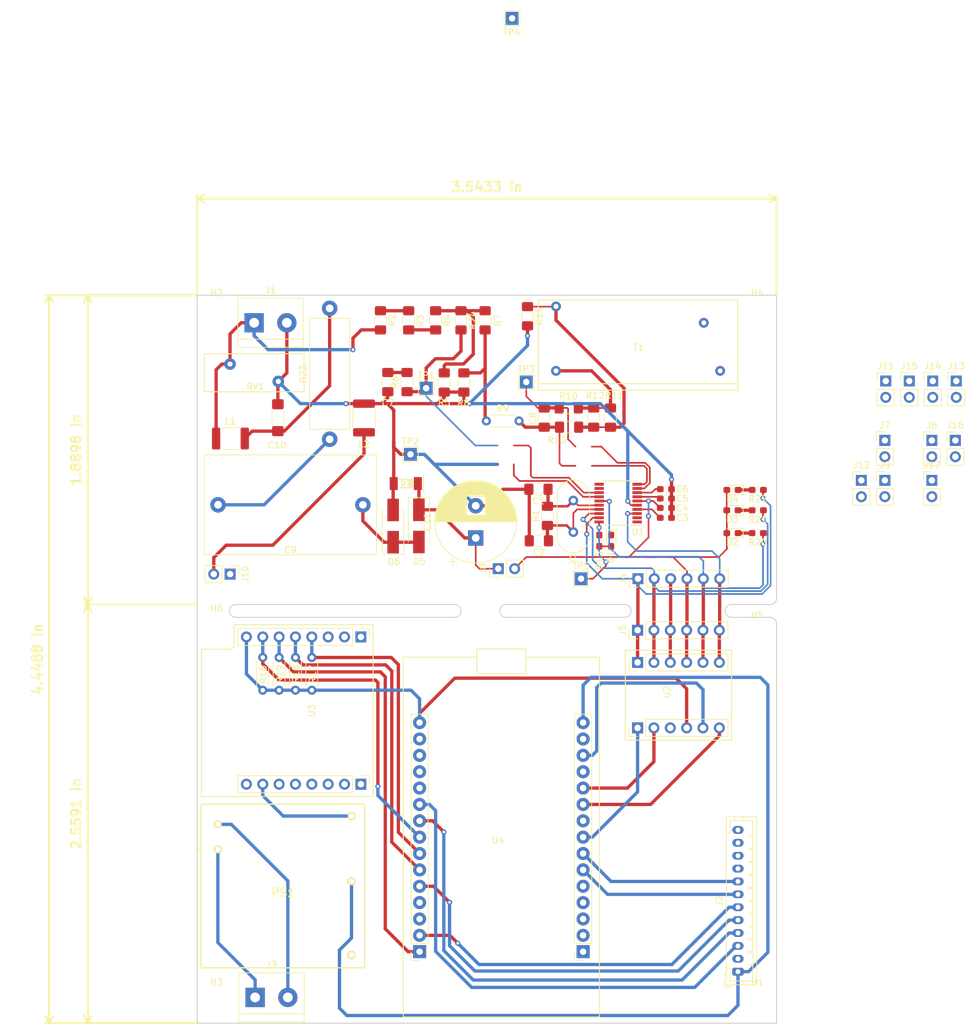
<source format=kicad_pcb>
(kicad_pcb (version 20171130) (host pcbnew 5.0.2-bee76a0~70~ubuntu18.04.1)
  (layers (0 F.Cu signal) (31 B.Cu signal) (34 B.Paste user) (35 F.Paste user) (36 B.SilkS user) (37 F.SilkS user) (38 B.Mask user) (39 F.Mask user) (44 Edge.Cuts user))
  (net 0 "")
  (net 1 "Net-(C1-Pad1)")
  (net 2 "Net-(C2-Pad1)")
  (net 3 "Net-(C3-Pad1)")
  (net 4 +5V)
  (net 5 "Net-(C5-Pad2)")
  (net 6 "Net-(C6-Pad2)")
  (net 7 V_IN)
  (net 8 "Net-(C7-Pad1)")
  (net 9 I_IP1)
  (net 10 I_IN1)
  (net 11 "Net-(D1-Pad2)")
  (net 12 /L)
  (net 13 ESP32_TX)
  (net 14 ESP32_RX)
  (net 15 B1)
  (net 16 B2)
  (net 17 B3)
  (net 18 B4)
  (net 19 "Net-(J2-Pad9)")
  (net 20 STPM10_LED)
  (net 21 "Net-(PS1-Pad3)")
  (net 22 "Net-(R2-Pad1)")
  (net 23 "Net-(R3-Pad1)")
  (net 24 V_IP)
  (net 25 "Net-(R7-Pad2)")
  (net 26 "Net-(R10-Pad2)")
  (net 27 "Net-(R11-Pad2)")
  (net 28 STPM10_SCS)
  (net 29 STPM10_SYN)
  (net 30 STPM10_SCL)
  (net 31 STPM10_SDA)
  (net 32 +3V3)
  (net 33 "Net-(U3-Pad1)")
  (net 34 "Net-(U3-Pad2)")
  (net 35 "Net-(U3-Pad3)")
  (net 36 "Net-(U3-Pad16)")
  (net 37 "Net-(U3-Pad13)")
  (net 38 "Net-(U3-Pad14)")
  (net 39 "Net-(U3-Pad11)")
  (net 40 "Net-(U3-Pad12)")
  (net 41 "Net-(U3-Pad15)")
  (net 42 "Net-(U3-Pad9)")
  (net 43 "Net-(U4-Pad1)")
  (net 44 "Net-(U4-Pad2)")
  (net 45 "Net-(U4-Pad3)")
  (net 46 "Net-(U4-Pad4)")
  (net 47 "Net-(U4-Pad5)")
  (net 48 "Net-(U4-Pad9)")
  (net 49 "Net-(U4-Pad12)")
  (net 50 "Net-(U4-Pad18)")
  (net 51 "Net-(U4-Pad28)")
  (net 52 "Net-(U4-Pad17)")
  (net 53 "Net-(U4-Pad19)")
  (net 54 "Net-(U4-Pad20)")
  (net 55 "Net-(U4-Pad27)")
  (net 56 "Net-(U1-Pad1)")
  (net 57 "Net-(U1-Pad2)")
  (net 58 "Net-(J2-Pad10)")
  (net 59 "Net-(J2-Pad11)")
  (net 60 /CLK)
  (net 61 /MISO)
  (net 62 /CS)
  (net 63 /MOSI)
  (net 64 "Net-(D4-Pad1)")
  (net 65 "Net-(D3-Pad1)")
  (net 66 "Net-(D2-Pad1)")
  (net 67 GNDD)
  (net 68 "Net-(J3-Pad1)")
  (net 69 "Net-(J3-Pad2)")
  (net 70 "Net-(C9-Pad2)")
  (net 71 "Net-(C10-Pad1)")
  (net 72 "Net-(R24-Pad2)")
  (net 73 +5VD)
  (net 74 "Net-(C9-Pad1)")
  (net 75 "Net-(U1-Pad12)")
  (net 76 "Net-(U1-Pad11)")
  (net 77 "Net-(J2-Pad12)")
  (net 78 GND)
  (net 79 ESP32_SDA)
  (net 80 ESP32_SCL)
  (net 81 ESP32_SYN)
  (net 82 ESP32_SCS)
  (net 83 "Net-(J17-Pad2)")
  (net 84 "Net-(J16-Pad1)")
  (net 85 GNDREF)
  (net 86 "Net-(C8-Pad1)")
  (net 87 "Net-(J11-Pad2)")
  (net 88 "Net-(C8-Pad2)")
  (net 89 "Net-(J6-Pad1)")
  (net 90 "Net-(J9-Pad2)")
  (net 91 "Net-(J12-Pad2)")
  (net 92 "Net-(J7-Pad2)")
  (net 93 "Net-(C11-Pad1)")
  (net 94 "Net-(J10-Pad2)")
  (net 95 "Net-(J10-Pad1)")
  (module Connector_PinHeader_2.54mm:PinHeader_1x02_P2.54mm_Vertical (layer F.Cu) (at 130.910401 26.310601)
    (fp_text reference J13 (at 0 -2.33) (layer F.SilkS))
    (fp_text value Conn_01x02)
    (pad 2 thru_hole oval (at 0 2.54) (size 1.7 1.7) (drill 1) (layers *.Cu *.Mask) (net 85 GNDREF))
    (pad 1 thru_hole rect (at 0 0) (size 1.7 1.7) (drill 1) (layers *.Cu *.Mask) (net 7 V_IN))
  )
  (module Connector_PinHeader_2.54mm:PinHeader_1x02_P2.54mm_Vertical (layer F.Cu) (at 127.260401 26.310601)
    (fp_text reference J14 (at 0 -2.33) (layer F.SilkS))
    (fp_text value Conn_01x02)
    (pad 1 thru_hole rect (at 0 0) (size 1.7 1.7) (drill 1) (layers *.Cu *.Mask) (net 9 I_IP1))
    (pad 2 thru_hole oval (at 0 2.54) (size 1.7 1.7) (drill 1) (layers *.Cu *.Mask) (net 86 "Net-(C8-Pad1)"))
  )
  (module Connector_PinHeader_2.54mm:PinHeader_1x02_P2.54mm_Vertical (layer F.Cu) (at 123.610401 26.310601)
    (fp_text reference J15 (at 0 -2.33) (layer F.SilkS))
    (fp_text value Conn_01x02)
    (pad 2 thru_hole oval (at 0 2.54) (size 1.7 1.7) (drill 1) (layers *.Cu *.Mask) (net 88 "Net-(C8-Pad2)"))
    (pad 1 thru_hole rect (at 0 0) (size 1.7 1.7) (drill 1) (layers *.Cu *.Mask) (net 10 I_IN1))
  )
  (module Connector_PinHeader_2.54mm:PinHeader_1x02_P2.54mm_Vertical (layer F.Cu) (at 119.960401 26.310601)
    (fp_text reference J11 (at 0 -2.33) (layer F.SilkS))
    (fp_text value Conn_01x02)
    (pad 1 thru_hole rect (at 0 0) (size 1.7 1.7) (drill 1) (layers *.Cu *.Mask) (net 24 V_IP))
    (pad 2 thru_hole oval (at 0 2.54) (size 1.7 1.7) (drill 1) (layers *.Cu *.Mask) (net 87 "Net-(J11-Pad2)"))
  )
  (module Connector_PinHeader_2.54mm:PinHeader_1x02_P2.54mm_Vertical (layer F.Cu) (at 18.1102 56.2864 270)
    (fp_text reference J10 (at 0 -2.33 270) (layer F.SilkS))
    (fp_text value Conn_01x02)
    (pad 2 thru_hole oval (at 0 2.54 270) (size 1.7 1.7) (drill 1) (layers *.Cu *.Mask) (net 85 GNDREF))
    (pad 1 thru_hole rect (at 0 0 270) (size 1.7 1.7) (drill 1) (layers *.Cu *.Mask) (net 95 "Net-(J10-Pad1)"))
  )
  (module Connector_PinHeader_2.54mm:PinHeader_1x02_P2.54mm_Vertical (layer F.Cu) (at 127.118201 41.730801)
    (fp_text reference J17 (at 0 -2.33) (layer F.SilkS))
    (fp_text value Conn_01x02)
    (pad 1 thru_hole rect (at 0 0) (size 1.7 1.7) (drill 1) (layers *.Cu *.Mask) (net 4 +5V))
    (pad 2 thru_hole oval (at 0 2.54) (size 1.7 1.7) (drill 1) (layers *.Cu *.Mask) (net 83 "Net-(J17-Pad2)"))
  )
  (module Connector_PinHeader_2.54mm:PinHeader_1x02_P2.54mm_Vertical (layer F.Cu) (at 130.768201 35.530801)
    (fp_text reference J16 (at 0 -2.33) (layer F.SilkS))
    (fp_text value Conn_01x02)
    (pad 2 thru_hole oval (at 0 2.54) (size 1.7 1.7) (drill 1) (layers *.Cu *.Mask) (net 78 GND))
    (pad 1 thru_hole rect (at 0 0) (size 1.7 1.7) (drill 1) (layers *.Cu *.Mask) (net 84 "Net-(J16-Pad1)"))
  )
  (module Connector_PinHeader_2.54mm:PinHeader_1x02_P2.54mm_Vertical (layer F.Cu) (at 127.118201 35.530801)
    (fp_text reference J6 (at 0 -2.33) (layer F.SilkS))
    (fp_text value Conn_01x02)
    (pad 1 thru_hole rect (at 0 0) (size 1.7 1.7) (drill 1) (layers *.Cu *.Mask) (net 89 "Net-(J6-Pad1)"))
    (pad 2 thru_hole oval (at 0 2.54) (size 1.7 1.7) (drill 1) (layers *.Cu *.Mask) (net 31 STPM10_SDA))
  )
  (module Connector_PinHeader_2.54mm:PinHeader_1x02_P2.54mm_Vertical (layer F.Cu) (at 59.7662 55.4482 90)
    (fp_text reference J8 (at 0 -2.33 90) (layer F.SilkS))
    (fp_text value Conn_01x02)
    (pad 2 thru_hole oval (at 0 2.54 90) (size 1.7 1.7) (drill 1) (layers *.Cu *.Mask) (net 4 +5V))
    (pad 1 thru_hole rect (at 0 0 90) (size 1.7 1.7) (drill 1) (layers *.Cu *.Mask) (net 93 "Net-(C11-Pad1)"))
  )
  (module Connector_PinHeader_2.54mm:PinHeader_1x02_P2.54mm_Vertical (layer F.Cu) (at 119.818201 41.730801)
    (fp_text reference J9 (at 0 -2.33) (layer F.SilkS))
    (fp_text value Conn_01x02)
    (pad 1 thru_hole rect (at 0 0) (size 1.7 1.7) (drill 1) (layers *.Cu *.Mask) (net 30 STPM10_SCL))
    (pad 2 thru_hole oval (at 0 2.54) (size 1.7 1.7) (drill 1) (layers *.Cu *.Mask) (net 90 "Net-(J9-Pad2)"))
  )
  (module Connector_PinHeader_2.54mm:PinHeader_1x02_P2.54mm_Vertical (layer F.Cu) (at 116.168201 41.730801)
    (fp_text reference J12 (at 0 -2.33) (layer F.SilkS))
    (fp_text value Conn_01x02)
    (pad 2 thru_hole oval (at 0 2.54) (size 1.7 1.7) (drill 1) (layers *.Cu *.Mask) (net 91 "Net-(J12-Pad2)"))
    (pad 1 thru_hole rect (at 0 0) (size 1.7 1.7) (drill 1) (layers *.Cu *.Mask) (net 29 STPM10_SYN))
  )
  (module Connector_PinHeader_2.54mm:PinHeader_1x02_P2.54mm_Vertical (layer F.Cu) (at 119.818201 35.530801)
    (fp_text reference J7 (at 0 -2.33) (layer F.SilkS))
    (fp_text value Conn_01x02)
    (pad 2 thru_hole oval (at 0 2.54) (size 1.7 1.7) (drill 1) (layers *.Cu *.Mask) (net 92 "Net-(J7-Pad2)"))
    (pad 1 thru_hole rect (at 0 0) (size 1.7 1.7) (drill 1) (layers *.Cu *.Mask) (net 28 STPM10_SCS))
  )
  (module MountingHole:MountingHole_2.7mm_M2.5_DIN965 (layer F.Cu) (at 100 66)
    (fp_text reference H5 (at 0 -3.35) (layer F.SilkS))
    (fp_text value MountingHole)
    (pad 1 np_thru_hole circle (at 0 0) (size 2.7 2.7) (drill 2.7) (layers *.Cu *.Mask))
  )
  (module MountingHole:MountingHole_2.7mm_M2.5_DIN965 (layer F.Cu) (at 16 65)
    (fp_text reference H6 (at 0 -3.35) (layer F.SilkS))
    (fp_text value MountingHole)
    (pad 1 np_thru_hole circle (at 0 0) (size 2.7 2.7) (drill 2.7) (layers *.Cu *.Mask))
  )
  (module TestPoint:TestPoint_THTPad_2.0x2.0mm_Drill1.0mm (layer F.Cu) (at 72.6265 57.0055)
    (fp_text reference TP5 (at 0 -1.998) (layer F.SilkS))
    (fp_text value TestPoint)
    (pad 1 thru_hole rect (at 0 0) (size 2 2) (drill 1) (layers *.Cu *.Mask) (net 20 STPM10_LED))
  )
  (module Resistor_THT:R_Axial_DIN0617_L17.0mm_D6.0mm_P20.32mm_Horizontal (layer F.Cu) (at 33.574 35.352 90)
    (fp_text reference R23 (at 10.16 -4.12 90) (layer F.SilkS))
    (fp_text value "82R 2W")
    (pad 1 thru_hole circle (at 0 0 90) (size 2.4 2.4) (drill 1.2) (layers *.Cu *.Mask) (net 70 "Net-(C9-Pad2)"))
    (pad 2 thru_hole oval (at 20.32 0 90) (size 2.4 2.4) (drill 1.2) (layers *.Cu *.Mask) (net 71 "Net-(C10-Pad1)"))
  )
  (module Connector_PinHeader_2.54mm:PinHeader_1x06_P2.54mm_Vertical (layer F.Cu) (at 81.407 65 90)
    (fp_text reference J5 (at 0 -2.33 90) (layer F.SilkS))
    (fp_text value Conn_01x06)
    (pad 1 thru_hole rect (at 0 0 90) (size 1.7 1.7) (drill 1) (layers *.Cu *.Mask) (net 31 STPM10_SDA))
    (pad 2 thru_hole oval (at 0 2.54 90) (size 1.7 1.7) (drill 1) (layers *.Cu *.Mask) (net 30 STPM10_SCL))
    (pad 3 thru_hole oval (at 0 5.08 90) (size 1.7 1.7) (drill 1) (layers *.Cu *.Mask) (net 78 GND))
    (pad 4 thru_hole oval (at 0 7.62 90) (size 1.7 1.7) (drill 1) (layers *.Cu *.Mask) (net 4 +5V))
    (pad 5 thru_hole oval (at 0 10.16 90) (size 1.7 1.7) (drill 1) (layers *.Cu *.Mask) (net 29 STPM10_SYN))
    (pad 6 thru_hole oval (at 0 12.7 90) (size 1.7 1.7) (drill 1) (layers *.Cu *.Mask) (net 28 STPM10_SCS))
  )
  (module Connector_PinHeader_2.54mm:PinHeader_1x06_P2.54mm_Vertical (layer F.Cu) (at 81.46 57 90)
    (fp_text reference J4 (at 0 -2.33 90) (layer F.SilkS))
    (fp_text value Conn_01x06)
    (pad 1 thru_hole rect (at 0 0 90) (size 1.7 1.7) (drill 1) (layers *.Cu *.Mask) (net 31 STPM10_SDA))
    (pad 2 thru_hole oval (at 0 2.54 90) (size 1.7 1.7) (drill 1) (layers *.Cu *.Mask) (net 30 STPM10_SCL))
    (pad 3 thru_hole oval (at 0 5.08 90) (size 1.7 1.7) (drill 1) (layers *.Cu *.Mask) (net 78 GND))
    (pad 4 thru_hole oval (at 0 7.62 90) (size 1.7 1.7) (drill 1) (layers *.Cu *.Mask) (net 4 +5V))
    (pad 5 thru_hole oval (at 0 10.16 90) (size 1.7 1.7) (drill 1) (layers *.Cu *.Mask) (net 29 STPM10_SYN))
    (pad 6 thru_hole oval (at 0 12.7 90) (size 1.7 1.7) (drill 1) (layers *.Cu *.Mask) (net 28 STPM10_SCS))
  )
  (module CT:T60404-E4624-X501 (layer F.Cu) (at 81.4832 21.2344)
    (fp_text reference T1 (at 0.0508 -0.1524) (layer F.SilkS))
    (fp_text value T60404-E4624-X501)
    (pad 4 thru_hole circle (at -12.75 3.5) (size 1.524 1.524) (drill 0.762) (layers *.Cu *.Mask) (net 26 "Net-(R10-Pad2)"))
    (pad 1 thru_hole circle (at -12.75 -6.5) (size 1.524 1.524) (drill 0.762) (layers *.Cu *.Mask) (net 27 "Net-(R11-Pad2)"))
    (pad 3 thru_hole circle (at 12.75 3.5) (size 1.524 1.524) (drill 0.762) (layers *.Cu *.Mask))
    (pad 2 thru_hole circle (at 10.21 -3.96) (size 1.524 1.524) (drill 0.762) (layers *.Cu *.Mask))
  )
  (module ESP32:ESP32_DOIT_v1 (layer F.Cu) (at 60.244 97.122 180)
    (fp_text reference U4 (at 0.508 -0.508 180) (layer F.SilkS))
    (fp_text value DOIT_ESP32_Devkit_v1-MCU_Module_Custom)
    (pad 1 thru_hole rect (at -12.7 -17.78 180) (size 2.032 2.032) (drill 1) (layers *.Cu *.Mask) (net 43 "Net-(U4-Pad1)"))
    (pad 2 thru_hole oval (at -12.7 -15.24 180) (size 2.032 2.032) (drill 1) (layers *.Cu *.Mask) (net 44 "Net-(U4-Pad2)"))
    (pad 3 thru_hole oval (at -12.7 -12.7 180) (size 2.032 2.032) (drill 1) (layers *.Cu *.Mask) (net 45 "Net-(U4-Pad3)"))
    (pad 4 thru_hole oval (at -12.7 -10.16 180) (size 2.032 2.032) (drill 1) (layers *.Cu *.Mask) (net 46 "Net-(U4-Pad4)"))
    (pad 5 thru_hole oval (at -12.7 -7.62 180) (size 2.032 2.032) (drill 1) (layers *.Cu *.Mask) (net 47 "Net-(U4-Pad5)"))
    (pad 6 thru_hole oval (at -12.7 -5.08 180) (size 2.032 2.032) (drill 1) (layers *.Cu *.Mask) (net 17 B3))
    (pad 7 thru_hole oval (at -12.7 -2.54 180) (size 2.032 2.032) (drill 1) (layers *.Cu *.Mask) (net 18 B4))
    (pad 8 thru_hole oval (at -12.7 0 180) (size 2.032 2.032) (drill 1) (layers *.Cu *.Mask) (net 79 ESP32_SDA))
    (pad 9 thru_hole oval (at -12.7 2.54 180) (size 2.032 2.032) (drill 1) (layers *.Cu *.Mask) (net 48 "Net-(U4-Pad9)"))
    (pad 10 thru_hole oval (at -12.7 5.08 180) (size 2.032 2.032) (drill 1) (layers *.Cu *.Mask) (net 82 ESP32_SCS))
    (pad 11 thru_hole oval (at -12.7 7.62 180) (size 2.032 2.032) (drill 1) (layers *.Cu *.Mask) (net 80 ESP32_SCL))
    (pad 12 thru_hole oval (at -12.7 10.16 180) (size 2.032 2.032) (drill 1) (layers *.Cu *.Mask) (net 49 "Net-(U4-Pad12)"))
    (pad 13 thru_hole oval (at -12.7 12.7 180) (size 2.032 2.032) (drill 1) (layers *.Cu *.Mask) (net 81 ESP32_SYN))
    (pad 14 thru_hole oval (at -12.7 15.24 180) (size 2.032 2.032) (drill 1) (layers *.Cu *.Mask) (net 67 GNDD))
    (pad 15 thru_hole oval (at -12.7 17.78 180) (size 2.032 2.032) (drill 1) (layers *.Cu *.Mask) (net 73 +5VD))
    (pad 25 thru_hole oval (at 12.7 -5.08 180) (size 2.032 2.032) (drill 1) (layers *.Cu *.Mask) (net 61 /MISO))
    (pad 29 thru_hole oval (at 12.7 -15.24 180) (size 2.032 2.032) (drill 1) (layers *.Cu *.Mask) (net 16 B2))
    (pad 24 thru_hole oval (at 12.7 -2.54 180) (size 2.032 2.032) (drill 1) (layers *.Cu *.Mask) (net 60 /CLK))
    (pad 18 thru_hole oval (at 12.7 12.7 180) (size 2.032 2.032) (drill 1) (layers *.Cu *.Mask) (net 50 "Net-(U4-Pad18)"))
    (pad 28 thru_hole oval (at 12.7 -12.7 180) (size 2.032 2.032) (drill 1) (layers *.Cu *.Mask) (net 51 "Net-(U4-Pad28)"))
    (pad 30 thru_hole rect (at 12.7 -17.78 180) (size 2.032 2.032) (drill 1) (layers *.Cu *.Mask) (net 63 /MOSI))
    (pad 17 thru_hole oval (at 12.7 15.24 180) (size 2.032 2.032) (drill 1) (layers *.Cu *.Mask) (net 52 "Net-(U4-Pad17)"))
    (pad 23 thru_hole oval (at 12.7 0 180) (size 2.032 2.032) (drill 1) (layers *.Cu *.Mask) (net 62 /CS))
    (pad 19 thru_hole oval (at 12.7 10.16 180) (size 2.032 2.032) (drill 1) (layers *.Cu *.Mask) (net 53 "Net-(U4-Pad19)"))
    (pad 22 thru_hole oval (at 12.7 2.54 180) (size 2.032 2.032) (drill 1) (layers *.Cu *.Mask) (net 13 ESP32_TX))
    (pad 20 thru_hole oval (at 12.7 7.62 180) (size 2.032 2.032) (drill 1) (layers *.Cu *.Mask) (net 54 "Net-(U4-Pad20)"))
    (pad 21 thru_hole oval (at 12.7 5.08 180) (size 2.032 2.032) (drill 1) (layers *.Cu *.Mask) (net 14 ESP32_RX))
    (pad 27 thru_hole oval (at 12.7 -10.16 180) (size 2.032 2.032) (drill 1) (layers *.Cu *.Mask) (net 55 "Net-(U4-Pad27)"))
    (pad 16 thru_hole oval (at 12.7 17.78 180) (size 2.032 2.032) (drill 1) (layers *.Cu *.Mask) (net 32 +3V3))
    (pad 26 thru_hole oval (at 12.7 -7.62 180) (size 2.032 2.032) (drill 1) (layers *.Cu *.Mask) (net 15 B1))
  )
  (module RAC05-05SK:RAC05-12SK (layer F.Cu) (at 39 92)
    (fp_text reference PS1 (at -12.625 13.764) (layer F.SilkS) (effects (font (size 1.27 1.27) (thickness 0.254))))
    (fp_text value RAC05-05SK hide)
    (pad 1 thru_hole circle (at -22.79 7.03 90) (size 1.21 1.21) (drill 0.71) (layers *.Cu *.Mask F.SilkS) (net 68 "Net-(J3-Pad1)"))
    (pad 2 thru_hole circle (at -22.79 3.13 90) (size 1.21 1.21) (drill 0.71) (layers *.Cu *.Mask F.SilkS) (net 69 "Net-(J3-Pad2)"))
    (pad 3 thru_hole circle (at -2.03 23.43 90) (size 1.21 1.21) (drill 0.71) (layers *.Cu *.Mask F.SilkS) (net 21 "Net-(PS1-Pad3)"))
    (pad 4 thru_hole circle (at -2.03 12 90) (size 1.21 1.21) (drill 0.71) (layers *.Cu *.Mask F.SilkS) (net 73 +5VD))
    (pad 5 thru_hole circle (at -2.03 1.84 90) (size 1.21 1.21) (drill 0.71) (layers *.Cu *.Mask F.SilkS) (net 67 GNDD))
  )
  (module Resistor_SMD:R_1206_3216Metric_Pad1.42x1.75mm_HandSolder (layer F.Cu) (at 54.4195 26.543 270)
    (fp_text reference R8 (at 3.166658 0.055441) (layer F.SilkS))
    (fp_text value 100)
    (pad 2 smd roundrect (at 1.4875 0 270) (size 1.425 1.75) (layers F.Cu F.Paste F.Mask) (roundrect_rratio 0.175439) (net 85 GNDREF))
    (pad 1 smd roundrect (at -1.4875 0 270) (size 1.425 1.75) (layers F.Cu F.Paste F.Mask) (roundrect_rratio 0.175439) (net 25 "Net-(R7-Pad2)"))
  )
  (module Resistor_SMD:R_1206_3216Metric_Pad1.42x1.75mm_HandSolder (layer F.Cu) (at 53.975 16.891 90)
    (fp_text reference R24 (at 0 1.8415 270) (layer F.SilkS))
    (fp_text value 0R)
    (pad 1 smd roundrect (at -1.4875 0 90) (size 1.425 1.75) (layers F.Cu F.Paste F.Mask) (roundrect_rratio 0.175439) (net 87 "Net-(J11-Pad2)"))
    (pad 2 smd roundrect (at 1.4875 0 90) (size 1.425 1.75) (layers F.Cu F.Paste F.Mask) (roundrect_rratio 0.175439) (net 72 "Net-(R24-Pad2)"))
  )
  (module Capacitor_SMD:C_1206_3216Metric_Pad1.42x1.75mm_HandSolder (layer F.Cu) (at 42.6085 26.4795 270)
    (fp_text reference C7 (at 3.230158 -0.008059) (layer F.SilkS))
    (fp_text value 22nF)
    (pad 2 smd roundrect (at 1.4875 0 270) (size 1.425 1.75) (layers F.Cu F.Paste F.Mask) (roundrect_rratio 0.175439) (net 85 GNDREF))
    (pad 1 smd roundrect (at -1.4875 0 270) (size 1.425 1.75) (layers F.Cu F.Paste F.Mask) (roundrect_rratio 0.175439) (net 8 "Net-(C7-Pad1)"))
  )
  (module Resistor_SMD:R_1206_3216Metric_Pad1.42x1.75mm_HandSolder (layer F.Cu) (at 57.7215 16.891 270)
    (fp_text reference R7 (at 0 -1.9685 270) (layer F.SilkS))
    (fp_text value 43K)
    (pad 2 smd roundrect (at 1.4875 0 270) (size 1.425 1.75) (layers F.Cu F.Paste F.Mask) (roundrect_rratio 0.175439) (net 25 "Net-(R7-Pad2)"))
    (pad 1 smd roundrect (at -1.4875 0 270) (size 1.425 1.75) (layers F.Cu F.Paste F.Mask) (roundrect_rratio 0.175439) (net 72 "Net-(R24-Pad2)"))
  )
  (module Capacitor_THT:CP_Radial_D12.5mm_P5.00mm (layer F.Cu) (at 56.261 50.673 90)
    (fp_text reference C11 (at 2.5 -7.5 90) (layer F.SilkS))
    (fp_text value 4700uF)
    (pad 1 thru_hole rect (at 0 0 90) (size 2.4 2.4) (drill 1.2) (layers *.Cu *.Mask) (net 93 "Net-(C11-Pad1)"))
    (pad 2 thru_hole circle (at 5 0 90) (size 2.4 2.4) (drill 1.2) (layers *.Cu *.Mask) (net 85 GNDREF))
  )
  (module Capacitor_SMD:C_1806_4516Metric_Pad1.57x1.80mm_HandSolder (layer F.Cu) (at 25.527 32.004 90)
    (fp_text reference C10 (at -4.2545 -0.127 180) (layer F.SilkS))
    (fp_text value 1nF)
    (pad 1 smd roundrect (at -2.0875 0 90) (size 1.575 1.8) (layers F.Cu F.Paste F.Mask) (roundrect_rratio 0.15873) (net 71 "Net-(C10-Pad1)"))
    (pad 2 smd roundrect (at 2.0875 0 90) (size 1.575 1.8) (layers F.Cu F.Paste F.Mask) (roundrect_rratio 0.15873) (net 85 GNDREF))
  )
  (module Diode_SMD:D_SMA_Handsoldering (layer F.Cu) (at 47.4345 48.808 270)
    (fp_text reference D5 (at 5.5245 -0.0635) (layer F.SilkS))
    (fp_text value "600V 1A")
    (pad 2 smd rect (at 2.5 0 270) (size 3.5 1.8) (layers F.Cu F.Paste F.Mask) (net 74 "Net-(C9-Pad1)"))
    (pad 1 smd rect (at -2.5 0 270) (size 3.5 1.8) (layers F.Cu F.Paste F.Mask) (net 93 "Net-(C11-Pad1)"))
  )
  (module Diode_SMD:D_SMA_Handsoldering (layer F.Cu) (at 43.434 48.8315 90)
    (fp_text reference D6 (at -5.5245 0.127 180) (layer F.SilkS))
    (fp_text value "600V 1A")
    (pad 1 smd rect (at -2.5 0 90) (size 3.5 1.8) (layers F.Cu F.Paste F.Mask) (net 74 "Net-(C9-Pad1)"))
    (pad 2 smd rect (at 2.5 0 90) (size 3.5 1.8) (layers F.Cu F.Paste F.Mask) (net 85 GNDREF))
  )
  (module Inductor_SMD:L_1812_4532Metric_Pad1.30x3.40mm_HandSolder (layer F.Cu) (at 38.908 32.05 270)
    (fp_text reference L2 (at 4.064 0) (layer F.SilkS))
    (fp_text value 1uH)
    (pad 1 smd roundrect (at -2.225 0 270) (size 1.3 3.4) (layers F.Cu F.Paste F.Mask) (roundrect_rratio 0.192308) (net 95 "Net-(J10-Pad1)"))
    (pad 2 smd roundrect (at 2.225 0 270) (size 1.3 3.4) (layers F.Cu F.Paste F.Mask) (roundrect_rratio 0.192308) (net 78 GND))
  )
  (module Inductor_SMD:L_1812_4532Metric_Pad1.30x3.40mm_HandSolder (layer F.Cu) (at 18.161 35.2425)
    (fp_text reference L1 (at 0 -2.65) (layer F.SilkS))
    (fp_text value 220uH)
    (pad 1 smd roundrect (at -2.225 0) (size 1.3 3.4) (layers F.Cu F.Paste F.Mask) (roundrect_rratio 0.192308) (net 12 /L))
    (pad 2 smd roundrect (at 2.225 0) (size 1.3 3.4) (layers F.Cu F.Paste F.Mask) (roundrect_rratio 0.192308) (net 71 "Net-(C10-Pad1)"))
  )
  (module Layer1:C_Rect_L26.5mm_W15.5mm_P22.50mm_MKS4 (layer F.Cu) (at 38.735 45.5295 180)
    (fp_text reference C9 (at 11.25 -7 180) (layer F.SilkS))
    (fp_text value "470nF 630V")
    (pad 1 thru_hole circle (at 0 0 180) (size 2.4 2.4) (drill 1.2) (layers *.Cu *.Mask) (net 74 "Net-(C9-Pad1)"))
    (pad 2 thru_hole circle (at 22.5 0 180) (size 2.4 2.4) (drill 1.2) (layers *.Cu *.Mask) (net 70 "Net-(C9-Pad2)"))
  )
  (module Layer1:SOD-80 (layer F.Cu) (at 45.4025 42.2275 180)
    (fp_text reference D7 (at 0 0 180) (layer F.SilkS) (effects (font (size 0.8 0.8))))
    (fp_text value 5.1V)
    (pad 2 smd rect (at 1.875 0 180) (size 1.25 2) (layers F.Cu F.Paste F.Mask) (net 85 GNDREF))
    (pad 1 smd rect (at -1.875 0 180) (size 1.25 2) (layers F.Cu F.Paste F.Mask) (net 93 "Net-(C11-Pad1)"))
  )
  (module TerminalBlock:TerminalBlock_bornier-2_P5.08mm (layer F.Cu) (at 22 122)
    (fp_text reference J3 (at 2.54 -5.08) (layer F.SilkS))
    (fp_text value Screw_Terminal_01x02)
    (pad 1 thru_hole rect (at 0 0) (size 3 3) (drill 1.52) (layers *.Cu *.Mask) (net 68 "Net-(J3-Pad1)"))
    (pad 2 thru_hole circle (at 5.08 0) (size 3 3) (drill 1.52) (layers *.Cu *.Mask) (net 69 "Net-(J3-Pad2)"))
  )
  (module Capacitor_SMD:C_0603_1608Metric_Pad1.05x0.95mm_HandSolder (layer F.Cu) (at 85.8012 47.5488)
    (fp_text reference C3 (at 2.54 0) (layer F.SilkS))
    (fp_text value 1uF)
    (pad 1 smd roundrect (at -0.875 0) (size 1.05 0.95) (layers F.Cu F.Paste F.Mask) (net 3 "Net-(C3-Pad1)"))
    (pad 2 smd roundrect (at 0.875 0) (size 1.05 0.95) (layers F.Cu F.Paste F.Mask) (net 85 GNDREF))
  )
  (module Capacitor_SMD:C_0603_1608Metric_Pad1.05x0.95mm_HandSolder (layer F.Cu) (at 85.8012 46.0121)
    (fp_text reference C4 (at 2.54 0) (layer F.SilkS))
    (fp_text value 1uF)
    (pad 2 smd roundrect (at 0.875 0) (size 1.05 0.95) (layers F.Cu F.Paste F.Mask) (net 85 GNDREF))
    (pad 1 smd roundrect (at -0.875 0) (size 1.05 0.95) (layers F.Cu F.Paste F.Mask) (net 4 +5V))
  )
  (module Capacitor_SMD:C_0603_1608Metric_Pad1.05x0.95mm_HandSolder (layer F.Cu) (at 85.8012 44.5516 180)
    (fp_text reference C5 (at -2.54 0 180) (layer F.SilkS))
    (fp_text value 1uF)
    (pad 1 smd roundrect (at -0.875 0 180) (size 1.05 0.95) (layers F.Cu F.Paste F.Mask) (net 85 GNDREF))
    (pad 2 smd roundrect (at 0.875 0 180) (size 1.05 0.95) (layers F.Cu F.Paste F.Mask) (net 5 "Net-(C5-Pad2)"))
  )
  (module Capacitor_SMD:C_0603_1608Metric_Pad1.05x0.95mm_HandSolder (layer F.Cu) (at 85.8012 43.0911 180)
    (fp_text reference C6 (at -2.54 0 180) (layer F.SilkS))
    (fp_text value 1uF)
    (pad 2 smd roundrect (at 0.875 0 180) (size 1.05 0.95) (layers F.Cu F.Paste F.Mask) (net 6 "Net-(C6-Pad2)"))
    (pad 1 smd roundrect (at -0.875 0 180) (size 1.05 0.95) (layers F.Cu F.Paste F.Mask) (net 85 GNDREF))
  )
  (module LED_SMD:LED_0603_1608Metric_Pad1.05x0.95mm_HandSolder (layer F.Cu) (at 96.14308 49.920798 180)
    (fp_text reference D2 (at 0 -1.43 180) (layer F.SilkS))
    (fp_text value LED_Small)
    (pad 1 smd roundrect (at -0.875 0 180) (size 1.05 0.95) (layers F.Cu F.Paste F.Mask) (net 66 "Net-(D2-Pad1)"))
    (pad 2 smd roundrect (at 0.875 0 180) (size 1.05 0.95) (layers F.Cu F.Paste F.Mask) (net 4 +5V))
  )
  (module LED_SMD:LED_0603_1608Metric_Pad1.05x0.95mm_HandSolder (layer F.Cu) (at 96.12908 46.380798 180)
    (fp_text reference D3 (at 0 -1.43 180) (layer F.SilkS))
    (fp_text value LED_Small)
    (pad 2 smd roundrect (at 0.875 0 180) (size 1.05 0.95) (layers F.Cu F.Paste F.Mask) (net 4 +5V))
    (pad 1 smd roundrect (at -0.875 0 180) (size 1.05 0.95) (layers F.Cu F.Paste F.Mask) (net 65 "Net-(D3-Pad1)"))
  )
  (module LED_SMD:LED_0603_1608Metric_Pad1.05x0.95mm_HandSolder (layer F.Cu) (at 96.14308 43.220798 180)
    (fp_text reference D4 (at 0 -1.43 180) (layer F.SilkS))
    (fp_text value LED_Small)
    (pad 1 smd roundrect (at -0.875 0 180) (size 1.05 0.95) (layers F.Cu F.Paste F.Mask) (net 64 "Net-(D4-Pad1)"))
    (pad 2 smd roundrect (at 0.875 0 180) (size 1.05 0.95) (layers F.Cu F.Paste F.Mask) (net 4 +5V))
  )
  (module Resistor_SMD:R_0603_1608Metric_Pad1.05x0.95mm_HandSolder (layer F.Cu) (at 100.06608 49.920798 180)
    (fp_text reference R20 (at 0 -1.43 180) (layer F.SilkS))
    (fp_text value 6.8K)
    (pad 1 smd roundrect (at -0.875 0 180) (size 1.05 0.95) (layers F.Cu F.Paste F.Mask) (net 91 "Net-(J12-Pad2)"))
    (pad 2 smd roundrect (at 0.875 0 180) (size 1.05 0.95) (layers F.Cu F.Paste F.Mask) (net 66 "Net-(D2-Pad1)"))
  )
  (module Resistor_SMD:R_0603_1608Metric_Pad1.05x0.95mm_HandSolder (layer F.Cu) (at 100.08008 46.380798 180)
    (fp_text reference R21 (at 0 -1.43 180) (layer F.SilkS))
    (fp_text value 6.8K)
    (pad 2 smd roundrect (at 0.875 0 180) (size 1.05 0.95) (layers F.Cu F.Paste F.Mask) (net 65 "Net-(D3-Pad1)"))
    (pad 1 smd roundrect (at -0.875 0 180) (size 1.05 0.95) (layers F.Cu F.Paste F.Mask) (net 90 "Net-(J9-Pad2)"))
  )
  (module Resistor_SMD:R_0603_1608Metric_Pad1.05x0.95mm_HandSolder (layer F.Cu) (at 100.08008 43.220798 180)
    (fp_text reference R22 (at 0 -1.43 180) (layer F.SilkS))
    (fp_text value 6.8K)
    (pad 1 smd roundrect (at -0.875 0 180) (size 1.05 0.95) (layers F.Cu F.Paste F.Mask) (net 89 "Net-(J6-Pad1)"))
    (pad 2 smd roundrect (at 0.875 0 180) (size 1.05 0.95) (layers F.Cu F.Paste F.Mask) (net 64 "Net-(D4-Pad1)"))
  )
  (module Resistor_THT:R_Axial_DIN0204_L3.6mm_D1.6mm_P5.08mm_Horizontal (layer F.Cu) (at 25.7215 69.2305 270)
    (fp_text reference R19 (at 2.54 -0.127 90) (layer F.SilkS))
    (fp_text value 10K)
    (pad 2 thru_hole oval (at 5.08 0 270) (size 1.4 1.4) (drill 0.7) (layers *.Cu *.Mask) (net 32 +3V3))
    (pad 1 thru_hole circle (at 0 0 270) (size 1.4 1.4) (drill 0.7) (layers *.Cu *.Mask) (net 63 /MOSI))
  )
  (module Resistor_THT:R_Axial_DIN0204_L3.6mm_D1.6mm_P5.08mm_Horizontal (layer F.Cu) (at 23.1815 69.2305 270)
    (fp_text reference R16 (at 2.667 -0.0635 90) (layer F.SilkS))
    (fp_text value 10K)
    (pad 2 thru_hole oval (at 5.08 0 270) (size 1.4 1.4) (drill 0.7) (layers *.Cu *.Mask) (net 32 +3V3))
    (pad 1 thru_hole circle (at 0 0 270) (size 1.4 1.4) (drill 0.7) (layers *.Cu *.Mask) (net 62 /CS))
  )
  (module Resistor_THT:R_Axial_DIN0204_L3.6mm_D1.6mm_P5.08mm_Horizontal (layer F.Cu) (at 30.8015 69.2305 270)
    (fp_text reference R17 (at 2.6035 -0.127 270) (layer F.SilkS))
    (fp_text value 10K)
    (pad 2 thru_hole oval (at 5.08 0 270) (size 1.4 1.4) (drill 0.7) (layers *.Cu *.Mask) (net 32 +3V3))
    (pad 1 thru_hole circle (at 0 0 270) (size 1.4 1.4) (drill 0.7) (layers *.Cu *.Mask) (net 60 /CLK))
  )
  (module Resistor_THT:R_Axial_DIN0204_L3.6mm_D1.6mm_P5.08mm_Horizontal (layer F.Cu) (at 28.2615 69.2305 270)
    (fp_text reference R18 (at 2.54 -0.0635 90) (layer F.SilkS))
    (fp_text value 10K)
    (pad 2 thru_hole oval (at 5.08 0 270) (size 1.4 1.4) (drill 0.7) (layers *.Cu *.Mask) (net 32 +3V3))
    (pad 1 thru_hole circle (at 0 0 270) (size 1.4 1.4) (drill 0.7) (layers *.Cu *.Mask) (net 61 /MISO))
  )
  (module LED_SMD:LED_0603_1608Metric_Pad1.05x0.95mm_HandSolder (layer F.Cu) (at 77.3049 51.1 270)
    (fp_text reference D1 (at 2.5273 0.0889 270) (layer F.SilkS))
    (fp_text value LED)
    (pad 2 smd roundrect (at 0.875 0 270) (size 1.05 0.95) (layers F.Cu F.Paste F.Mask) (net 11 "Net-(D1-Pad2)"))
    (pad 1 smd roundrect (at -0.875 0 270) (size 1.05 0.95) (layers F.Cu F.Paste F.Mask) (net 78 GND))
  )
  (module Resistor_SMD:R_0603_1608Metric_Pad1.05x0.95mm_HandSolder (layer F.Cu) (at 75.4634 51.1 270)
    (fp_text reference R15 (at 3.0353 0.0254 270) (layer F.SilkS))
    (fp_text value 2.4K)
    (pad 2 smd roundrect (at 0.875 0 270) (size 1.05 0.95) (layers F.Cu F.Paste F.Mask) (net 11 "Net-(D1-Pad2)"))
    (pad 1 smd roundrect (at -0.875 0 270) (size 1.05 0.95) (layers F.Cu F.Paste F.Mask) (net 20 STPM10_LED))
  )
  (module Resistor_THT:R_Axial_DIN0204_L3.6mm_D1.6mm_P5.08mm_Horizontal (layer F.Cu) (at 57.912 32.512)
    (fp_text reference R9 (at 2.54 -1.92) (layer F.SilkS))
    (fp_text value 2M)
    (pad 2 thru_hole oval (at 5.08 0) (size 1.4 1.4) (drill 0.7) (layers *.Cu *.Mask) (net 88 "Net-(C8-Pad2)"))
    (pad 1 thru_hole circle (at 0 0) (size 1.4 1.4) (drill 0.7) (layers *.Cu *.Mask) (net 25 "Net-(R7-Pad2)"))
  )
  (module MountingHole:MountingHole_2.7mm_M2.5_DIN965 (layer F.Cu) (at 100 16)
    (fp_text reference H4 (at 0 -3.35) (layer F.SilkS))
    (fp_text value MountingHole)
    (pad 1 np_thru_hole circle (at 0 0) (size 2.7 2.7) (drill 2.7) (layers *.Cu *.Mask))
  )
  (module MountingHole:MountingHole_2.7mm_M2.5_DIN965 (layer F.Cu) (at 16 123)
    (fp_text reference H3 (at 0 -3.35) (layer F.SilkS))
    (fp_text value MountingHole)
    (pad 1 np_thru_hole circle (at 0 0) (size 2.7 2.7) (drill 2.7) (layers *.Cu *.Mask))
  )
  (module MountingHole:MountingHole_2.7mm_M2.5_DIN965 (layer F.Cu) (at 16 16)
    (fp_text reference H2 (at 0 -3.35) (layer F.SilkS))
    (fp_text value MountingHole)
    (pad 1 np_thru_hole circle (at 0 0) (size 2.7 2.7) (drill 2.7) (layers *.Cu *.Mask))
  )
  (module MountingHole:MountingHole_2.7mm_M2.5_DIN965 (layer F.Cu) (at 100 123)
    (fp_text reference H1 (at 0 -3.35) (layer F.SilkS))
    (fp_text value MountingHole)
    (pad 1 np_thru_hole circle (at 0 0) (size 2.7 2.7) (drill 2.7) (layers *.Cu *.Mask))
  )
  (module Capacitor_SMD:C_1206_3216Metric_Pad1.42x1.75mm_HandSolder (layer F.Cu) (at 66.00695 43.117696 180)
    (fp_text reference C1 (at 0 -1.82 180) (layer F.SilkS))
    (fp_text value 22pF)
    (pad 1 smd roundrect (at -1.4875 0 180) (size 1.425 1.75) (layers F.Cu F.Paste F.Mask) (roundrect_rratio 0.175439) (net 1 "Net-(C1-Pad1)"))
    (pad 2 smd roundrect (at 1.4875 0 180) (size 1.425 1.75) (layers F.Cu F.Paste F.Mask) (roundrect_rratio 0.175439) (net 85 GNDREF))
  )
  (module Capacitor_SMD:C_1206_3216Metric_Pad1.42x1.75mm_HandSolder (layer F.Cu) (at 66.07045 51.118696 180)
    (fp_text reference C2 (at 0 -1.82 180) (layer F.SilkS))
    (fp_text value 22pF)
    (pad 1 smd roundrect (at -1.4875 0 180) (size 1.425 1.75) (layers F.Cu F.Paste F.Mask) (roundrect_rratio 0.175439) (net 2 "Net-(C2-Pad1)"))
    (pad 2 smd roundrect (at 1.4875 0 180) (size 1.425 1.75) (layers F.Cu F.Paste F.Mask) (roundrect_rratio 0.175439) (net 85 GNDREF))
  )
  (module Capacitor_SMD:C_1206_3216Metric_Pad1.42x1.75mm_HandSolder (layer F.Cu) (at 66.9036 31.991738 270)
    (fp_text reference C8 (at 0.113862 1.7272 90) (layer F.SilkS))
    (fp_text value 10nF)
    (pad 2 smd roundrect (at 1.4875 0 270) (size 1.425 1.75) (layers F.Cu F.Paste F.Mask) (roundrect_rratio 0.175439) (net 88 "Net-(C8-Pad2)"))
    (pad 1 smd roundrect (at -1.4875 0 270) (size 1.425 1.75) (layers F.Cu F.Paste F.Mask) (roundrect_rratio 0.175439) (net 86 "Net-(C8-Pad1)"))
  )
  (module TerminalBlock:TerminalBlock_bornier-2_P5.08mm (layer F.Cu) (at 21.844 17.272)
    (fp_text reference J1 (at 2.54 -5.08) (layer F.SilkS))
    (fp_text value Screw_Terminal_01x02)
    (pad 2 thru_hole circle (at 5.08 0) (size 3 3) (drill 1.52) (layers *.Cu *.Mask) (net 85 GNDREF))
    (pad 1 thru_hole rect (at 0 0) (size 3 3) (drill 1.52) (layers *.Cu *.Mask) (net 12 /L))
  )
  (module Connector_JST:JST_PH_B12B-PH-K_1x12_P2.00mm_Vertical (layer F.Cu) (at 97 118 90)
    (fp_text reference J2 (at 11 -2.9 90) (layer F.SilkS))
    (fp_text value Conn_01x12)
    (pad 12 thru_hole oval (at 22 0 90) (size 1.2 1.75) (drill 0.75) (layers *.Cu *.Mask) (net 77 "Net-(J2-Pad12)"))
    (pad 11 thru_hole oval (at 20 0 90) (size 1.2 1.75) (drill 0.75) (layers *.Cu *.Mask) (net 59 "Net-(J2-Pad11)"))
    (pad 10 thru_hole oval (at 18 0 90) (size 1.2 1.75) (drill 0.75) (layers *.Cu *.Mask) (net 58 "Net-(J2-Pad10)"))
    (pad 9 thru_hole oval (at 16 0 90) (size 1.2 1.75) (drill 0.75) (layers *.Cu *.Mask) (net 19 "Net-(J2-Pad9)"))
    (pad 8 thru_hole oval (at 14 0 90) (size 1.2 1.75) (drill 0.75) (layers *.Cu *.Mask) (net 18 B4))
    (pad 7 thru_hole oval (at 12 0 90) (size 1.2 1.75) (drill 0.75) (layers *.Cu *.Mask) (net 17 B3))
    (pad 6 thru_hole oval (at 10 0 90) (size 1.2 1.75) (drill 0.75) (layers *.Cu *.Mask) (net 16 B2))
    (pad 5 thru_hole oval (at 8 0 90) (size 1.2 1.75) (drill 0.75) (layers *.Cu *.Mask) (net 15 B1))
    (pad 4 thru_hole oval (at 6 0 90) (size 1.2 1.75) (drill 0.75) (layers *.Cu *.Mask) (net 13 ESP32_TX))
    (pad 3 thru_hole oval (at 4 0 90) (size 1.2 1.75) (drill 0.75) (layers *.Cu *.Mask) (net 14 ESP32_RX))
    (pad 2 thru_hole oval (at 2 0 90) (size 1.2 1.75) (drill 0.75) (layers *.Cu *.Mask) (net 67 GNDD))
    (pad 1 thru_hole roundrect (at 0 0 90) (size 1.2 1.75) (drill 0.75) (layers *.Cu *.Mask) (roundrect_rratio 0.208333) (net 73 +5VD))
  )
  (module Resistor_SMD:R_1206_3216Metric_Pad1.42x1.75mm_HandSolder (layer F.Cu) (at 67.40395 47.245196 90)
    (fp_text reference R1 (at 0 -1.82 90) (layer F.SilkS))
    (fp_text value 1M)
    (pad 2 smd roundrect (at 1.4875 0 90) (size 1.425 1.75) (layers F.Cu F.Paste F.Mask) (roundrect_rratio 0.175439) (net 1 "Net-(C1-Pad1)"))
    (pad 1 smd roundrect (at -1.4875 0 90) (size 1.425 1.75) (layers F.Cu F.Paste F.Mask) (roundrect_rratio 0.175439) (net 2 "Net-(C2-Pad1)"))
  )
  (module Resistor_SMD:R_1206_3216Metric_Pad1.42x1.75mm_HandSolder (layer F.Cu) (at 41.4655 16.891 270)
    (fp_text reference R2 (at 0 -1.82 270) (layer F.SilkS))
    (fp_text value 220K)
    (pad 2 smd roundrect (at 1.4875 0 270) (size 1.425 1.75) (layers F.Cu F.Paste F.Mask) (roundrect_rratio 0.175439) (net 12 /L))
    (pad 1 smd roundrect (at -1.4875 0 270) (size 1.425 1.75) (layers F.Cu F.Paste F.Mask) (roundrect_rratio 0.175439) (net 22 "Net-(R2-Pad1)"))
  )
  (module Resistor_SMD:R_1206_3216Metric_Pad1.42x1.75mm_HandSolder (layer F.Cu) (at 45.847 16.891 90)
    (fp_text reference R3 (at -0.0635 1.8415 90) (layer F.SilkS))
    (fp_text value 220K)
    (pad 2 smd roundrect (at 1.4875 0 90) (size 1.425 1.75) (layers F.Cu F.Paste F.Mask) (roundrect_rratio 0.175439) (net 22 "Net-(R2-Pad1)"))
    (pad 1 smd roundrect (at -1.4875 0 90) (size 1.425 1.75) (layers F.Cu F.Paste F.Mask) (roundrect_rratio 0.175439) (net 23 "Net-(R3-Pad1)"))
  )
  (module Resistor_SMD:R_1206_3216Metric_Pad1.42x1.75mm_HandSolder (layer F.Cu) (at 50.038 16.891 270)
    (fp_text reference R4 (at 0 -1.82 270) (layer F.SilkS))
    (fp_text value 220K)
    (pad 2 smd roundrect (at 1.4875 0 270) (size 1.425 1.75) (layers F.Cu F.Paste F.Mask) (roundrect_rratio 0.175439) (net 23 "Net-(R3-Pad1)"))
    (pad 1 smd roundrect (at -1.4875 0 270) (size 1.425 1.75) (layers F.Cu F.Paste F.Mask) (roundrect_rratio 0.175439) (net 72 "Net-(R24-Pad2)"))
  )
  (module Resistor_SMD:R_1206_3216Metric_Pad1.42x1.75mm_HandSolder (layer F.Cu) (at 51.3715 26.543 270)
    (fp_text reference R5 (at 3.1115 0) (layer F.SilkS))
    (fp_text value 390)
    (pad 2 smd roundrect (at 1.4875 0 270) (size 1.425 1.75) (layers F.Cu F.Paste F.Mask) (roundrect_rratio 0.175439) (net 85 GNDREF))
    (pad 1 smd roundrect (at -1.4875 0 270) (size 1.425 1.75) (layers F.Cu F.Paste F.Mask) (roundrect_rratio 0.175439) (net 72 "Net-(R24-Pad2)"))
  )
  (module Resistor_SMD:R_1206_3216Metric_Pad1.42x1.75mm_HandSolder (layer F.Cu) (at 45.593 26.4795 90)
    (fp_text reference R6 (at 0 -1.82 90) (layer F.SilkS))
    (fp_text value 0R)
    (pad 2 smd roundrect (at 1.4875 0 90) (size 1.425 1.75) (layers F.Cu F.Paste F.Mask) (roundrect_rratio 0.175439) (net 8 "Net-(C7-Pad1)"))
    (pad 1 smd roundrect (at -1.4875 0 90) (size 1.425 1.75) (layers F.Cu F.Paste F.Mask) (roundrect_rratio 0.175439) (net 87 "Net-(J11-Pad2)"))
  )
  (module Resistor_SMD:R_1206_3216Metric_Pad1.42x1.75mm_HandSolder (layer F.Cu) (at 70.7136 30.48)
    (fp_text reference R10 (at -0.0508 -1.8288) (layer F.SilkS))
    (fp_text value 1K)
    (pad 2 smd roundrect (at 1.4875 0) (size 1.425 1.75) (layers F.Cu F.Paste F.Mask) (roundrect_rratio 0.175439) (net 26 "Net-(R10-Pad2)"))
    (pad 1 smd roundrect (at -1.4875 0) (size 1.425 1.75) (layers F.Cu F.Paste F.Mask) (roundrect_rratio 0.175439) (net 86 "Net-(C8-Pad1)"))
  )
  (module Resistor_SMD:R_1206_3216Metric_Pad1.42x1.75mm_HandSolder (layer F.Cu) (at 77.195102 31.991738 270)
    (fp_text reference R11 (at -3.415862 -0.579698) (layer F.SilkS))
    (fp_text value 4.7)
    (pad 2 smd roundrect (at 1.4875 0 270) (size 1.425 1.75) (layers F.Cu F.Paste F.Mask) (roundrect_rratio 0.175439) (net 27 "Net-(R11-Pad2)"))
    (pad 1 smd roundrect (at -1.4875 0 270) (size 1.425 1.75) (layers F.Cu F.Paste F.Mask) (roundrect_rratio 0.175439) (net 26 "Net-(R10-Pad2)"))
  )
  (module Resistor_SMD:R_1206_3216Metric_Pad1.42x1.75mm_HandSolder (layer F.Cu) (at 74.5871 31.991738 270)
    (fp_text reference R12 (at -3.415862 -0.2159 180) (layer F.SilkS))
    (fp_text value 4.7)
    (pad 2 smd roundrect (at 1.4875 0 270) (size 1.425 1.75) (layers F.Cu F.Paste F.Mask) (roundrect_rratio 0.175439) (net 27 "Net-(R11-Pad2)"))
    (pad 1 smd roundrect (at -1.4875 0 270) (size 1.425 1.75) (layers F.Cu F.Paste F.Mask) (roundrect_rratio 0.175439) (net 26 "Net-(R10-Pad2)"))
  )
  (module Resistor_SMD:R_1206_3216Metric_Pad1.42x1.75mm_HandSolder (layer F.Cu) (at 70.7644 33.4772)
    (fp_text reference R13 (at -1.905 2.0066) (layer F.SilkS))
    (fp_text value 1K)
    (pad 2 smd roundrect (at 1.4875 0) (size 1.425 1.75) (layers F.Cu F.Paste F.Mask) (roundrect_rratio 0.175439) (net 27 "Net-(R11-Pad2)"))
    (pad 1 smd roundrect (at -1.4875 0) (size 1.425 1.75) (layers F.Cu F.Paste F.Mask) (roundrect_rratio 0.175439) (net 88 "Net-(C8-Pad2)"))
  )
  (module Resistor_SMD:R_1206_3216Metric_Pad1.42x1.75mm_HandSolder (layer F.Cu) (at 64.3128 16.256 270)
    (fp_text reference R14 (at 0 -1.82 270) (layer F.SilkS))
    (fp_text value 0R)
    (pad 1 smd roundrect (at -1.4875 0 270) (size 1.425 1.75) (layers F.Cu F.Paste F.Mask) (roundrect_rratio 0.175439) (net 27 "Net-(R11-Pad2)"))
    (pad 2 smd roundrect (at 1.4875 0 270) (size 1.425 1.75) (layers F.Cu F.Paste F.Mask) (roundrect_rratio 0.175439) (net 85 GNDREF))
  )
  (module Varistor:RV_Disc_D15.5mm_W5.9mm_P7.5mm (layer F.Cu) (at 18.0975 23.6855)
    (fp_text reference RV1 (at 3.937 3.4925) (layer F.SilkS))
    (fp_text value Varistor)
    (pad 2 thru_hole circle (at 7.5 2.7) (size 1.8 1.8) (drill 0.8) (layers *.Cu *.Mask) (net 85 GNDREF))
    (pad 1 thru_hole circle (at 0 0) (size 1.8 1.8) (drill 0.8) (layers *.Cu *.Mask) (net 12 /L))
  )
  (module TestPoint:TestPoint_THTPad_2.0x2.0mm_Drill1.0mm (layer F.Cu) (at 48.5648 27.432)
    (fp_text reference TP1 (at 0 -1.998) (layer F.SilkS))
    (fp_text value TestPoint)
    (pad 1 thru_hole rect (at 0 0) (size 2 2) (drill 1) (layers *.Cu *.Mask) (net 87 "Net-(J11-Pad2)"))
  )
  (module TestPoint:TestPoint_THTPad_2.0x2.0mm_Drill1.0mm (layer F.Cu) (at 46.1264 37.6936)
    (fp_text reference TP2 (at 0 -1.998) (layer F.SilkS))
    (fp_text value TestPoint)
    (pad 1 thru_hole rect (at 0 0) (size 2 2) (drill 1) (layers *.Cu *.Mask) (net 85 GNDREF))
  )
  (module TestPoint:TestPoint_THTPad_2.0x2.0mm_Drill1.0mm (layer F.Cu) (at 64.1175 26.462)
    (fp_text reference TP3 (at 0 -1.998) (layer F.SilkS))
    (fp_text value TestPoint)
    (pad 1 thru_hole rect (at 0 0) (size 2 2) (drill 1) (layers *.Cu *.Mask) (net 86 "Net-(C8-Pad1)"))
  )
  (module TestPoint:TestPoint_THTPad_2.0x2.0mm_Drill1.0mm (layer F.Cu) (at 61.9125 -29.9847)
    (fp_text reference TP4 (at -0.0635 2.159) (layer F.SilkS))
    (fp_text value TestPoint)
    (pad 1 thru_hole rect (at 0 0) (size 2 2) (drill 1) (layers *.Cu *.Mask) (net 88 "Net-(C8-Pad2)"))
  )
  (module Package_SO:TSSOP-20_4.4x6.5mm_P0.65mm (layer F.Cu) (at 78.3844 45.2628 180)
    (fp_text reference U1 (at -3.0988 -4.4704 180) (layer F.SilkS))
    (fp_text value STPM_STPM10BTR)
    (pad 20 smd rect (at 2.95 -2.925 180) (size 1.45 0.45) (layers F.Cu F.Paste F.Mask) (net 20 STPM10_LED))
    (pad 19 smd rect (at 2.95 -2.275 180) (size 1.45 0.45) (layers F.Cu F.Paste F.Mask) (net 89 "Net-(J6-Pad1)"))
    (pad 18 smd rect (at 2.95 -1.625 180) (size 1.45 0.45) (layers F.Cu F.Paste F.Mask) (net 90 "Net-(J9-Pad2)"))
    (pad 17 smd rect (at 2.95 -0.975 180) (size 1.45 0.45) (layers F.Cu F.Paste F.Mask) (net 2 "Net-(C2-Pad1)"))
    (pad 16 smd rect (at 2.95 -0.325 180) (size 1.45 0.45) (layers F.Cu F.Paste F.Mask) (net 1 "Net-(C1-Pad1)"))
    (pad 15 smd rect (at 2.95 0.325 180) (size 1.45 0.45) (layers F.Cu F.Paste F.Mask) (net 91 "Net-(J12-Pad2)"))
    (pad 14 smd rect (at 2.95 0.975 180) (size 1.45 0.45) (layers F.Cu F.Paste F.Mask) (net 7 V_IN))
    (pad 13 smd rect (at 2.95 1.625 180) (size 1.45 0.45) (layers F.Cu F.Paste F.Mask) (net 24 V_IP))
    (pad 12 smd rect (at 2.95 2.275 180) (size 1.45 0.45) (layers F.Cu F.Paste F.Mask) (net 75 "Net-(U1-Pad12)"))
    (pad 11 smd rect (at 2.95 2.925 180) (size 1.45 0.45) (layers F.Cu F.Paste F.Mask) (net 76 "Net-(U1-Pad11)"))
    (pad 10 smd rect (at -2.95 2.925 180) (size 1.45 0.45) (layers F.Cu F.Paste F.Mask) (net 10 I_IN1))
    (pad 9 smd rect (at -2.95 2.275 180) (size 1.45 0.45) (layers F.Cu F.Paste F.Mask) (net 9 I_IP1))
    (pad 8 smd rect (at -2.95 1.625 180) (size 1.45 0.45) (layers F.Cu F.Paste F.Mask) (net 6 "Net-(C6-Pad2)"))
    (pad 7 smd rect (at -2.95 0.975 180) (size 1.45 0.45) (layers F.Cu F.Paste F.Mask) (net 5 "Net-(C5-Pad2)"))
    (pad 6 smd rect (at -2.95 0.325 180) (size 1.45 0.45) (layers F.Cu F.Paste F.Mask) (net 4 +5V))
    (pad 5 smd rect (at -2.95 -0.325 180) (size 1.45 0.45) (layers F.Cu F.Paste F.Mask) (net 85 GNDREF))
    (pad 4 smd rect (at -2.95 -0.975 180) (size 1.45 0.45) (layers F.Cu F.Paste F.Mask) (net 3 "Net-(C3-Pad1)"))
    (pad 3 smd rect (at -2.95 -1.625 180) (size 1.45 0.45) (layers F.Cu F.Paste F.Mask) (net 92 "Net-(J7-Pad2)"))
    (pad 2 smd rect (at -2.95 -2.275 180) (size 1.45 0.45) (layers F.Cu F.Paste F.Mask) (net 57 "Net-(U1-Pad2)"))
    (pad 1 smd rect (at -2.95 -2.925 180) (size 1.45 0.45) (layers F.Cu F.Paste F.Mask) (net 56 "Net-(U1-Pad1)"))
  )
  (module levelshifter:levelshiter (layer F.Cu) (at 86.487 75.08 90)
    (fp_text reference U2 (at 0.508 -0.508 90) (layer F.SilkS))
    (fp_text value level_shifter)
    (pad 1 thru_hole rect (at -5.08 -5.08 90) (size 1.7 1.7) (drill 1) (layers *.Cu *.Mask) (net 79 ESP32_SDA))
    (pad 2 thru_hole oval (at -5.08 -2.54 90) (size 1.7 1.7) (drill 1) (layers *.Cu *.Mask) (net 80 ESP32_SCL))
    (pad 3 thru_hole oval (at -5.08 0 90) (size 1.7 1.7) (drill 1) (layers *.Cu *.Mask) (net 67 GNDD))
    (pad 4 thru_hole oval (at -5.08 2.54 90) (size 1.7 1.7) (drill 1) (layers *.Cu *.Mask) (net 32 +3V3))
    (pad 5 thru_hole oval (at -5.08 5.08 90) (size 1.7 1.7) (drill 1) (layers *.Cu *.Mask) (net 81 ESP32_SYN))
    (pad 6 thru_hole oval (at -5.08 7.62 90) (size 1.7 1.7) (drill 1) (layers *.Cu *.Mask) (net 82 ESP32_SCS))
    (pad 12 thru_hole rect (at 5.08 -5.08 90) (size 1.7 1.7) (drill 1) (layers *.Cu *.Mask) (net 31 STPM10_SDA))
    (pad 9 thru_hole oval (at 5.08 2.54 90) (size 1.7 1.7) (drill 1) (layers *.Cu *.Mask) (net 83 "Net-(J17-Pad2)"))
    (pad 8 thru_hole oval (at 5.08 5.08 90) (size 1.7 1.7) (drill 1) (layers *.Cu *.Mask) (net 29 STPM10_SYN))
    (pad 11 thru_hole oval (at 5.08 -2.54 90) (size 1.7 1.7) (drill 1) (layers *.Cu *.Mask) (net 30 STPM10_SCL))
    (pad 10 thru_hole oval (at 5.08 0 90) (size 1.7 1.7) (drill 1) (layers *.Cu *.Mask) (net 84 "Net-(J16-Pad1)"))
    (pad 7 thru_hole oval (at 5.08 7.62 90) (size 1.7 1.7) (drill 1) (layers *.Cu *.Mask) (net 28 STPM10_SCS))
  )
  (module SDCard:sdcard (layer F.Cu) (at 29.5315 78.1055 270)
    (fp_text reference U3 (at -0.635 -1.27 270) (layer F.SilkS))
    (fp_text value Micro_SD_Shield)
    (pad 9 thru_hole oval (at 10.795 8.89 270) (size 1.7 1.7) (drill 1) (layers *.Cu *.Mask) (net 42 "Net-(U3-Pad9)"))
    (pad 15 thru_hole oval (at 10.795 -6.35 270) (size 1.7 1.7) (drill 1) (layers *.Cu *.Mask) (net 41 "Net-(U3-Pad15)"))
    (pad 12 thru_hole oval (at 10.795 1.27 270) (size 1.7 1.7) (drill 1) (layers *.Cu *.Mask) (net 40 "Net-(U3-Pad12)"))
    (pad 10 thru_hole oval (at 10.795 6.35 270) (size 1.7 1.7) (drill 1) (layers *.Cu *.Mask) (net 67 GNDD))
    (pad 11 thru_hole oval (at 10.795 3.81 270) (size 1.7 1.7) (drill 1) (layers *.Cu *.Mask) (net 39 "Net-(U3-Pad11)"))
    (pad 14 thru_hole oval (at 10.795 -3.81 270) (size 1.7 1.7) (drill 1) (layers *.Cu *.Mask) (net 38 "Net-(U3-Pad14)"))
    (pad 13 thru_hole oval (at 10.795 -1.27 270) (size 1.7 1.7) (drill 1) (layers *.Cu *.Mask) (net 37 "Net-(U3-Pad13)"))
    (pad 16 thru_hole rect (at 10.795 -8.89 270) (size 1.7 1.7) (drill 1) (layers *.Cu *.Mask) (net 36 "Net-(U3-Pad16)"))
    (pad 8 thru_hole oval (at -12.065 8.89 270) (size 1.7 1.7) (drill 1) (layers *.Cu *.Mask) (net 32 +3V3))
    (pad 7 thru_hole oval (at -12.065 6.35 270) (size 1.7 1.7) (drill 1) (layers *.Cu *.Mask) (net 62 /CS))
    (pad 6 thru_hole oval (at -12.065 3.81 270) (size 1.7 1.7) (drill 1) (layers *.Cu *.Mask) (net 63 /MOSI))
    (pad 5 thru_hole oval (at -12.065 1.27 270) (size 1.7 1.7) (drill 1) (layers *.Cu *.Mask) (net 61 /MISO))
    (pad 4 thru_hole oval (at -12.065 -1.27 270) (size 1.7 1.7) (drill 1) (layers *.Cu *.Mask) (net 60 /CLK))
    (pad 3 thru_hole oval (at -12.065 -3.81 270) (size 1.7 1.7) (drill 1) (layers *.Cu *.Mask) (net 35 "Net-(U3-Pad3)"))
    (pad 2 thru_hole oval (at -12.065 -6.35 270) (size 1.7 1.7) (drill 1) (layers *.Cu *.Mask) (net 34 "Net-(U3-Pad2)"))
    (pad 1 thru_hole rect (at -12.065 -8.89 270) (size 1.7 1.7) (drill 1) (layers *.Cu *.Mask) (net 33 "Net-(U3-Pad1)"))
  )
  (module Crystal:Crystal_HC18-U_Vertical (layer F.Cu) (at 71.4248 44.8691 270)
    (fp_text reference Y1 (at 8.926904 0.17015 270) (layer F.SilkS))
    (fp_text value "4.194304 MHz")
    (pad 2 thru_hole circle (at 4.9 0 270) (size 1.5 1.5) (drill 0.8) (layers *.Cu *.Mask) (net 2 "Net-(C2-Pad1)"))
    (pad 1 thru_hole circle (at 0 0 270) (size 1.5 1.5) (drill 0.8) (layers *.Cu *.Mask) (net 1 "Net-(C1-Pad1)"))
  )
  (dimension 65 (width 0.3) (layer F.SilkS) (gr_text "65.000 mm" (at -6.1 93.5 270) (layer F.SilkS) (effects (font (size 1.5 1.5) (thickness 0.3)))) (feature1 (pts (xy 13 126) (xy -4.586421 126))) (feature2 (pts (xy 13 61) (xy -4.586421 61))) (crossbar (pts (xy -4 61) (xy -4 126))) (arrow1a (pts (xy -4 126) (xy -4.586421 124.873496))) (arrow1b (pts (xy -4 126) (xy -3.413579 124.873496))) (arrow2a (pts (xy -4 61) (xy -4.586421 62.126504))) (arrow2b (pts (xy -4 61) (xy -3.413579 62.126504))))
  (dimension 113 (width 0.3) (layer F.SilkS) (gr_text "113.000 mm" (at -12.1 69.5 270) (layer F.SilkS) (effects (font (size 1.5 1.5) (thickness 0.3)))) (feature1 (pts (xy 13 126) (xy -10.586421 126))) (feature2 (pts (xy 13 13) (xy -10.586421 13))) (crossbar (pts (xy -10 13) (xy -10 126))) (arrow1a (pts (xy -10 126) (xy -10.586421 124.873496))) (arrow1b (pts (xy -10 126) (xy -9.413579 124.873496))) (arrow2a (pts (xy -10 13) (xy -10.586421 14.126504))) (arrow2b (pts (xy -10 13) (xy -9.413579 14.126504))))
  (gr_line (start 103 64) (end 103 126) (layer Edge.Cuts) (width 0.15))
  (gr_arc (start 102 64) (end 103 64) (angle -90) (layer Edge.Cuts) (width 0.15))
  (gr_line (start 96 61) (end 102 61) (layer Edge.Cuts) (width 0.15))
  (gr_arc (start 96 62) (end 96 61) (angle -180) (layer Edge.Cuts) (width 0.15))
  (gr_line (start 96 63) (end 102 63) (layer Edge.Cuts) (width 0.15))
  (gr_arc (start 102 60) (end 102 61) (angle -90) (layer Edge.Cuts) (width 0.15))
  (gr_line (start 19 63) (end 53 63) (layer Edge.Cuts) (width 0.15))
  (gr_line (start 53 61) (end 19 61) (layer Edge.Cuts) (width 0.15))
  (gr_arc (start 61 62) (end 61 61) (angle -180) (layer Edge.Cuts) (width 0.15))
  (gr_arc (start 53 62) (end 53 63) (angle -180) (layer Edge.Cuts) (width 0.15))
  (gr_line (start 13 126) (end 103 126) (layer Edge.Cuts) (width 0.15))
  (gr_arc (start 19 62) (end 19 61) (angle -180) (layer Edge.Cuts) (width 0.15))
  (gr_arc (start 79.407 62) (end 79.407 63) (angle -180) (layer Edge.Cuts) (width 0.15))
  (gr_line (start 61 63) (end 79.407 63) (layer Edge.Cuts) (width 0.15))
  (dimension 48 (width 0.3) (layer F.SilkS) (gr_text "48.000 mm" (at -6.1 37 270) (layer F.SilkS) (effects (font (size 1.5 1.5) (thickness 0.3)))) (feature1 (pts (xy 13 61) (xy -4.586421 61))) (feature2 (pts (xy 13 13) (xy -4.586421 13))) (crossbar (pts (xy -4 13) (xy -4 61))) (arrow1a (pts (xy -4 61) (xy -4.586421 59.873496))) (arrow1b (pts (xy -4 61) (xy -3.413579 59.873496))) (arrow2a (pts (xy -4 13) (xy -4.586421 14.126504))) (arrow2b (pts (xy -4 13) (xy -3.413579 14.126504))))
  (dimension 90 (width 0.3) (layer F.SilkS) (gr_text "90.000 mm" (at 58 -4.1) (layer F.SilkS) (effects (font (size 1.5 1.5) (thickness 0.3)))) (feature1 (pts (xy 103 13) (xy 103 -2.586421))) (feature2 (pts (xy 13 13) (xy 13 -2.586421))) (crossbar (pts (xy 13 -2) (xy 103 -2))) (arrow1a (pts (xy 103 -2) (xy 101.873496 -1.413579))) (arrow1b (pts (xy 103 -2) (xy 101.873496 -2.586421))) (arrow2a (pts (xy 13 -2) (xy 14.126504 -1.413579))) (arrow2b (pts (xy 13 -2) (xy 14.126504 -2.586421))))
  (gr_line (start 61 61) (end 79.407 61) (layer Edge.Cuts) (width 0.15))
  (gr_line (start 103 13) (end 103 60) (layer Edge.Cuts) (width 0.15))
  (gr_line (start 13 13) (end 13 126) (layer Edge.Cuts) (width 0.15))
  (gr_line (start 13 13) (end 103 13) (layer Edge.Cuts) (width 0.15))
  (segment (start 67.49445 45.667196) (end 67.40395 45.757696) (width 0.508) (layer F.Cu) (net 1))
  (segment (start 67.49445 43.117696) (end 67.49445 45.667196) (width 0.508) (layer F.Cu) (net 1))
  (segment (start 70.536204 45.757696) (end 71.4248 44.8691) (width 0.381) (layer F.Cu) (net 1))
  (segment (start 67.40395 45.757696) (end 70.536204 45.757696) (width 0.381) (layer F.Cu) (net 1))
  (segment (start 75.403101 45.619099) (end 75.4344 45.5878) (width 0.254) (layer F.Cu) (net 1))
  (segment (start 72.174799 45.619099) (end 75.403101 45.619099) (width 0.254) (layer F.Cu) (net 1))
  (segment (start 71.4248 44.8691) (end 72.174799 45.619099) (width 0.254) (layer F.Cu) (net 1))
  (segment (start 67.40395 50.964696) (end 67.55795 51.118696) (width 0.508) (layer F.Cu) (net 2))
  (segment (start 67.40395 48.732696) (end 67.40395 50.964696) (width 0.508) (layer F.Cu) (net 2))
  (segment (start 70.388396 48.732696) (end 71.4248 49.7691) (width 0.381) (layer F.Cu) (net 2))
  (segment (start 67.40395 48.732696) (end 70.388396 48.732696) (width 0.381) (layer F.Cu) (net 2))
  (segment (start 74.4554 46.2378) (end 75.4344 46.2378) (width 0.254) (layer F.Cu) (net 2))
  (segment (start 72.0246 46.2378) (end 74.4554 46.2378) (width 0.254) (layer F.Cu) (net 2))
  (segment (start 71.4248 49.7691) (end 71.4248 46.8376) (width 0.254) (layer F.Cu) (net 2))
  (segment (start 71.4248 46.8376) (end 72.0246 46.2378) (width 0.254) (layer F.Cu) (net 2))
  (segment (start 83.6152 46.2378) (end 84.9262 47.5488) (width 0.254) (layer F.Cu) (net 3))
  (segment (start 81.3344 46.2378) (end 83.6152 46.2378) (width 0.254) (layer F.Cu) (net 3))
  (segment (start 47.4345 42.3845) (end 47.2775 42.2275) (width 0.508) (layer F.Cu) (net 93))
  (segment (start 47.4345 46.308) (end 47.4345 42.3845) (width 0.508) (layer F.Cu) (net 93))
  (segment (start 56.261 50.673) (end 54.553 50.673) (width 0.508) (layer F.Cu) (net 93))
  (segment (start 50.188 46.308) (end 47.4345 46.308) (width 0.508) (layer F.Cu) (net 93))
  (segment (start 54.553 50.673) (end 50.188 46.308) (width 0.508) (layer F.Cu) (net 93))
  (segment (start 83.8519 44.9378) (end 83.8519 44.9378) (width 0.254) (layer F.Cu) (net 4))
  (segment (start 81.3344 44.9378) (end 83.104 44.9378) (width 0.254) (layer F.Cu) (net 4))
  (segment (start 83.8519 44.9378) (end 84.9262 46.0121) (width 0.254) (layer F.Cu) (net 4))
  (segment (start 95.26808 46.394798) (end 95.25408 46.380798) (width 0.254) (layer F.Cu) (net 4))
  (segment (start 95.26808 49.920798) (end 95.26808 46.394798) (width 0.254) (layer F.Cu) (net 4))
  (segment (start 95.25408 43.234798) (end 95.26808 43.220798) (width 0.254) (layer F.Cu) (net 4))
  (segment (start 95.25408 46.380798) (end 95.25408 43.234798) (width 0.254) (layer F.Cu) (net 4))
  (segment (start 56.261 50.673) (end 56.261 52.127) (width 0.254) (layer F.Cu) (net 93))
  (segment (start 94.026 53.64) (end 95.296 52.37) (width 0.254) (layer F.Cu) (net 4))
  (segment (start 95.26808 52.34208) (end 95.26808 49.920798) (width 0.254) (layer F.Cu) (net 4))
  (segment (start 95.296 52.37) (end 95.26808 52.34208) (width 0.254) (layer F.Cu) (net 4))
  (segment (start 84.382081 53.64) (end 82.85 53.64) (width 0.254) (layer F.Cu) (net 4))
  (segment (start 79.548 53.64) (end 80.056 53.64) (width 0.254) (layer F.Cu) (net 4))
  (segment (start 79.548 53.64) (end 82.85 53.64) (width 0.254) (layer F.Cu) (net 4))
  (segment (start 80.056 53.64) (end 83.104 50.592) (width 0.254) (layer F.Cu) (net 4))
  (segment (start 83.104 50.592) (end 83.104 47.29) (width 0.254) (layer F.Cu) (net 4))
  (segment (start 83.104 47.29) (end 83.104 47.29) (width 0.254) (layer F.Cu) (net 4))
  (via (at 83.104 47.29) (size 0.8) (drill 0.4) (layers F.Cu B.Cu) (net 4))
  (segment (start 83.104 44.9378) (end 83.8519 44.9378) (width 0.254) (layer F.Cu) (net 4))
  (via (at 83.104 44.9378) (size 0.8) (drill 0.4) (layers F.Cu B.Cu) (net 4))
  (segment (start 83.104 47.29) (end 83.104 44.9378) (width 0.254) (layer B.Cu) (net 4))
  (segment (start 89.027 57.053) (end 89.08 57) (width 1.016) (layer F.Cu) (net 4))
  (segment (start 86.922081 53.64) (end 86.406 53.64) (width 0.254) (layer F.Cu) (net 4))
  (segment (start 89.08 55.797919) (end 86.922081 53.64) (width 0.254) (layer F.Cu) (net 4))
  (segment (start 89.08 57) (end 89.08 55.797919) (width 0.254) (layer F.Cu) (net 4))
  (segment (start 82.85 53.64) (end 86.406 53.64) (width 0.254) (layer F.Cu) (net 4))
  (segment (start 86.406 53.64) (end 94.026 53.64) (width 0.254) (layer F.Cu) (net 4))
  (segment (start 89.08 64.947) (end 89.027 65) (width 0.508) (layer F.Cu) (net 4))
  (segment (start 89.08 57) (end 89.08 64.947) (width 0.508) (layer F.Cu) (net 4))
  (segment (start 89.027 65) (end 89.027 70) (width 0.508) (layer F.Cu) (net 4))
  (segment (start 64.1144 53.64) (end 62.3062 55.4482) (width 0.254) (layer F.Cu) (net 4))
  (segment (start 79.548 53.64) (end 64.1144 53.64) (width 0.254) (layer F.Cu) (net 4))
  (segment (start 84.6624 44.2878) (end 84.9262 44.5516) (width 0.254) (layer F.Cu) (net 5))
  (segment (start 81.3344 44.2878) (end 84.6624 44.2878) (width 0.254) (layer F.Cu) (net 5))
  (segment (start 81.3344 43.6378) (end 83.6162 43.6378) (width 0.254) (layer F.Cu) (net 6))
  (segment (start 84.1629 43.0911) (end 84.9262 43.0911) (width 0.254) (layer F.Cu) (net 6))
  (segment (start 83.6162 43.6378) (end 84.1629 43.0911) (width 0.254) (layer F.Cu) (net 6))
  (segment (start 72.939 44.2878) (end 75.4344 44.2878) (width 0.254) (layer F.Cu) (net 7))
  (segment (start 63.0682 41.8338) (end 70.485 41.8338) (width 0.254) (layer F.Cu) (net 7))
  (segment (start 70.485 41.8338) (end 72.939 44.2878) (width 0.254) (layer F.Cu) (net 7))
  (segment (start 62.1792 40.9448) (end 63.0682 41.8338) (width 0.254) (layer F.Cu) (net 7))
  (segment (start 62.1792 39.243) (end 62.1792 40.9448) (width 0.254) (layer F.Cu) (net 7))
  (segment (start 25.527 26.456) (end 25.5975 26.3855) (width 0.508) (layer F.Cu) (net 85))
  (segment (start 25.527 29.9165) (end 25.527 26.456) (width 0.508) (layer F.Cu) (net 85))
  (segment (start 43.434 42.321) (end 43.5275 42.2275) (width 0.508) (layer F.Cu) (net 85))
  (segment (start 43.434 46.3315) (end 43.434 42.321) (width 0.508) (layer F.Cu) (net 85))
  (segment (start 51.3715 28.0305) (end 54.4195 28.0305) (width 0.508) (layer F.Cu) (net 85))
  (segment (start 64.58295 43.181196) (end 64.51945 43.117696) (width 0.508) (layer F.Cu) (net 85))
  (segment (start 64.58295 51.118696) (end 64.58295 43.181196) (width 0.508) (layer F.Cu) (net 85))
  (segment (start 26.924 25.059) (end 25.5975 26.3855) (width 0.508) (layer F.Cu) (net 85))
  (segment (start 26.924 17.272) (end 26.924 25.059) (width 0.508) (layer F.Cu) (net 85))
  (segment (start 38.847 29.764) (end 38.908 29.825) (width 0.508) (layer F.Cu) (net 85))
  (segment (start 54.4195 29.302) (end 54.4195 28.0305) (width 0.508) (layer F.Cu) (net 85))
  (segment (start 53.8965 29.825) (end 54.4195 29.302) (width 0.508) (layer F.Cu) (net 85))
  (segment (start 50.3895 29.825) (end 49.7665 29.825) (width 0.508) (layer F.Cu) (net 85))
  (segment (start 51.3715 28.0305) (end 51.3715 28.843) (width 0.508) (layer F.Cu) (net 85))
  (segment (start 51.3715 28.843) (end 50.3895 29.825) (width 0.508) (layer F.Cu) (net 85))
  (segment (start 49.7665 29.825) (end 53.8965 29.825) (width 0.508) (layer F.Cu) (net 85))
  (segment (start 42.6085 28.855) (end 41.6385 29.825) (width 0.508) (layer F.Cu) (net 85))
  (segment (start 42.6085 27.967) (end 42.6085 28.855) (width 0.508) (layer F.Cu) (net 85))
  (segment (start 38.908 29.825) (end 41.6385 29.825) (width 0.508) (layer F.Cu) (net 85))
  (segment (start 43.607 29.825) (end 49.7665 29.825) (width 0.508) (layer F.Cu) (net 85))
  (segment (start 44.6184 37.6936) (end 43.5275 36.6027) (width 0.508) (layer F.Cu) (net 85))
  (segment (start 46.1264 37.6936) (end 44.6184 37.6936) (width 0.508) (layer F.Cu) (net 85))
  (segment (start 43.5275 36.6027) (end 43.5275 35.7965) (width 0.508) (layer F.Cu) (net 85))
  (segment (start 43.5275 42.2275) (end 43.5275 35.7965) (width 0.508) (layer F.Cu) (net 85))
  (segment (start 43.5275 30.825) (end 42.5275 29.825) (width 0.508) (layer F.Cu) (net 85))
  (segment (start 43.5275 31.034) (end 43.5275 30.825) (width 0.508) (layer F.Cu) (net 85))
  (segment (start 42.5275 29.825) (end 43.607 29.825) (width 0.508) (layer F.Cu) (net 85))
  (segment (start 41.6385 29.825) (end 42.5275 29.825) (width 0.508) (layer F.Cu) (net 85))
  (segment (start 43.5275 35.7965) (end 43.5275 31.034) (width 0.508) (layer F.Cu) (net 85))
  (segment (start 37.108 29.825) (end 37.1055 29.8275) (width 0.508) (layer F.Cu) (net 85))
  (segment (start 38.908 29.825) (end 37.108 29.825) (width 0.508) (layer F.Cu) (net 85))
  (segment (start 37.1055 29.8275) (end 36.114 29.8275) (width 0.508) (layer F.Cu) (net 85))
  (segment (start 36.114 29.8275) (end 36.114 29.8275) (width 0.508) (layer F.Cu) (net 85))
  (via (at 36.114 29.8275) (size 0.8) (drill 0.4) (layers F.Cu B.Cu) (net 85))
  (segment (start 29.0395 29.8275) (end 36.114 29.8275) (width 0.508) (layer B.Cu) (net 85))
  (segment (start 25.5975 26.3855) (end 29.0395 29.8275) (width 0.508) (layer B.Cu) (net 85))
  (segment (start 53.8965 29.825) (end 55.2885 29.825) (width 0.508) (layer F.Cu) (net 85))
  (segment (start 55.2885 29.825) (end 55.2885 29.825) (width 0.508) (layer F.Cu) (net 85))
  (via (at 55.2885 29.825) (size 0.8) (drill 0.4) (layers F.Cu B.Cu) (net 85))
  (segment (start 64.3128 18.556) (end 64.308 18.5608) (width 0.508) (layer F.Cu) (net 85))
  (segment (start 64.3128 17.7435) (end 64.3128 18.556) (width 0.508) (layer F.Cu) (net 85))
  (segment (start 64.308 18.5608) (end 64.308 19.2865) (width 0.508) (layer F.Cu) (net 85))
  (segment (start 64.308 19.2865) (end 64.308 19.2865) (width 0.508) (layer F.Cu) (net 85))
  (via (at 64.308 19.2865) (size 0.8) (drill 0.4) (layers F.Cu B.Cu) (net 85))
  (segment (start 64.308 20.8055) (end 64.308 19.2865) (width 0.508) (layer B.Cu) (net 85))
  (segment (start 55.2885 29.825) (end 64.308 20.8055) (width 0.508) (layer B.Cu) (net 85))
  (segment (start 86.6762 47.5488) (end 86.6762 46.0121) (width 0.508) (layer F.Cu) (net 85))
  (segment (start 86.6762 46.0121) (end 86.6762 44.5516) (width 0.508) (layer F.Cu) (net 85))
  (segment (start 86.6762 44.5516) (end 86.6762 43.0911) (width 0.508) (layer F.Cu) (net 85))
  (segment (start 86.6762 43.0911) (end 86.6762 41.5912) (width 0.508) (layer F.Cu) (net 85))
  (segment (start 86.6762 41.5912) (end 86.6762 41.5912) (width 0.508) (layer F.Cu) (net 85))
  (via (at 86.6762 41.5912) (size 0.8) (drill 0.4) (layers F.Cu B.Cu) (net 85))
  (segment (start 55.854185 29.825) (end 55.2885 29.825) (width 0.508) (layer B.Cu) (net 85))
  (segment (start 75.623482 29.825) (end 55.854185 29.825) (width 0.508) (layer B.Cu) (net 85))
  (segment (start 86.6762 41.5912) (end 86.6762 40.877718) (width 0.508) (layer B.Cu) (net 85))
  (segment (start 48.2816 37.6936) (end 56.261 45.673) (width 0.508) (layer B.Cu) (net 85))
  (segment (start 46.1264 37.6936) (end 48.2816 37.6936) (width 0.508) (layer B.Cu) (net 85))
  (segment (start 80.3554 45.5878) (end 79.883 44.958) (width 0.254) (layer F.Cu) (net 85))
  (segment (start 81.3344 45.5878) (end 80.3554 45.5878) (width 0.254) (layer F.Cu) (net 85))
  (segment (start 79.883 45.1154) (end 79.883 44.958) (width 0.254) (layer F.Cu) (net 85))
  (segment (start 79.883 44.958) (end 79.883 45.1154) (width 0.254) (layer F.Cu) (net 85))
  (via (at 79.883 44.958) (size 0.8) (drill 0.4) (layers F.Cu B.Cu) (net 85))
  (segment (start 79.883 34.084518) (end 79.375 33.576518) (width 0.508) (layer B.Cu) (net 85))
  (segment (start 79.883 44.958) (end 79.883 34.084518) (width 0.508) (layer B.Cu) (net 85))
  (segment (start 86.6762 40.877718) (end 79.375 33.576518) (width 0.508) (layer B.Cu) (net 85))
  (segment (start 79.375 33.576518) (end 75.623482 29.825) (width 0.508) (layer B.Cu) (net 85))
  (segment (start 42.6085 24.992) (end 45.593 24.992) (width 0.508) (layer F.Cu) (net 8))
  (segment (start 82.3134 42.9878) (end 81.3344 42.9878) (width 0.254) (layer F.Cu) (net 9))
  (segment (start 82.469867 42.9878) (end 82.3134 42.9878) (width 0.254) (layer F.Cu) (net 9))
  (segment (start 83.30881 39.740743) (end 83.30881 42.148857) (width 0.254) (layer F.Cu) (net 9))
  (segment (start 82.5881 39.020033) (end 83.30881 39.740743) (width 0.254) (layer F.Cu) (net 9))
  (segment (start 82.5881 39.0144) (end 82.5881 39.020033) (width 0.254) (layer F.Cu) (net 9))
  (segment (start 78.2828 39.0144) (end 82.5881 39.0144) (width 0.254) (layer F.Cu) (net 9))
  (segment (start 75.7682 36.4998) (end 78.2828 39.0144) (width 0.254) (layer F.Cu) (net 9))
  (segment (start 83.30881 42.148857) (end 82.469867 42.9878) (width 0.254) (layer F.Cu) (net 9))
  (segment (start 74.295 36.4998) (end 75.7682 36.4998) (width 0.254) (layer F.Cu) (net 9))
  (segment (start 82.4778 42.3378) (end 81.3344 42.3378) (width 0.254) (layer F.Cu) (net 10))
  (segment (start 82.8548 39.9288) (end 82.8548 41.9608) (width 0.254) (layer F.Cu) (net 10))
  (segment (start 82.3976 39.4716) (end 82.8548 39.9288) (width 0.254) (layer F.Cu) (net 10))
  (segment (start 82.8548 41.9608) (end 82.4778 42.3378) (width 0.254) (layer F.Cu) (net 10))
  (segment (start 74.295 39.4716) (end 82.3976 39.4716) (width 0.254) (layer F.Cu) (net 10))
  (segment (start 66.927838 30.48) (end 66.9036 30.504238) (width 0.508) (layer F.Cu) (net 86))
  (segment (start 69.2261 30.48) (end 66.927838 30.48) (width 0.508) (layer F.Cu) (net 86))
  (segment (start 64.1175 28.693138) (end 64.1175 27.716) (width 0.254) (layer F.Cu) (net 86))
  (segment (start 64.1175 27.716) (end 64.1175 26.462) (width 0.254) (layer F.Cu) (net 86))
  (segment (start 65.9286 30.504238) (end 64.1175 28.693138) (width 0.254) (layer F.Cu) (net 86))
  (segment (start 66.9036 30.504238) (end 65.9286 30.504238) (width 0.254) (layer F.Cu) (net 86))
  (segment (start 66.905638 33.4772) (end 66.9036 33.479238) (width 0.508) (layer F.Cu) (net 88))
  (segment (start 69.2769 33.4772) (end 66.905638 33.4772) (width 0.508) (layer F.Cu) (net 88))
  (segment (start 63.959238 33.479238) (end 62.992 32.512) (width 0.508) (layer F.Cu) (net 88))
  (segment (start 66.9036 33.479238) (end 63.959238 33.479238) (width 0.508) (layer F.Cu) (net 88))
  (segment (start 75.4634 51.975) (end 77.3049 51.975) (width 0.254) (layer F.Cu) (net 11))
  (segment (start 15.936 33.4425) (end 15.936 35.2425) (width 0.508) (layer F.Cu) (net 12))
  (segment (start 15.936 24.574208) (end 15.936 33.4425) (width 0.508) (layer F.Cu) (net 12))
  (segment (start 16.824708 23.6855) (end 15.936 24.574208) (width 0.508) (layer F.Cu) (net 12))
  (segment (start 18.0975 23.6855) (end 16.824708 23.6855) (width 0.508) (layer F.Cu) (net 12))
  (segment (start 19.836 17.272) (end 21.844 17.272) (width 0.508) (layer F.Cu) (net 12))
  (segment (start 18.0975 19.0105) (end 19.836 17.272) (width 0.508) (layer F.Cu) (net 12))
  (segment (start 18.0975 23.6855) (end 18.0975 19.0105) (width 0.508) (layer F.Cu) (net 12))
  (segment (start 21.844 19.28) (end 24.0095 21.4455) (width 0.508) (layer B.Cu) (net 12))
  (segment (start 21.844 17.272) (end 21.844 19.28) (width 0.508) (layer B.Cu) (net 12))
  (segment (start 24.0095 21.4455) (end 37.1935 21.4455) (width 0.508) (layer B.Cu) (net 12))
  (segment (start 37.1935 21.4455) (end 37.1935 21.4455) (width 0.508) (layer B.Cu) (net 12))
  (via (at 37.1935 21.4455) (size 0.8) (drill 0.4) (layers F.Cu B.Cu) (net 12))
  (segment (start 38.4825 18.3785) (end 41.4655 18.3785) (width 0.508) (layer F.Cu) (net 12))
  (segment (start 37.1935 21.4455) (end 37.1935 19.6675) (width 0.508) (layer F.Cu) (net 12))
  (segment (start 37.1935 19.6675) (end 38.4825 18.3785) (width 0.508) (layer F.Cu) (net 12))
  (segment (start 95.617 112) (end 88.316 119.301) (width 0.508) (layer B.Cu) (net 13))
  (segment (start 97 112) (end 95.617 112) (width 0.508) (layer B.Cu) (net 13))
  (segment (start 88.316 119.301) (end 55.88 119.301) (width 0.508) (layer B.Cu) (net 13))
  (segment (start 55.88 119.301) (end 51.308 114.729) (width 0.508) (layer B.Cu) (net 13))
  (segment (start 51.308 114.729) (end 51.308 96.314) (width 0.508) (layer B.Cu) (net 13))
  (via (at 51.308 96.314) (size 0.8) (drill 0.4) (layers F.Cu B.Cu) (net 13))
  (segment (start 49.576 94.582) (end 51.308 96.314) (width 0.508) (layer F.Cu) (net 13))
  (segment (start 47.544 94.582) (end 49.576 94.582) (width 0.508) (layer F.Cu) (net 13))
  (segment (start 90.281 120.444) (end 55.626 120.444) (width 0.508) (layer B.Cu) (net 14))
  (segment (start 55.626 120.444) (end 50.038 114.856) (width 0.508) (layer B.Cu) (net 14))
  (segment (start 50.038 114.856) (end 50.038 93.012) (width 0.508) (layer B.Cu) (net 14))
  (segment (start 49.068 92.042) (end 47.544 92.042) (width 0.508) (layer B.Cu) (net 14))
  (segment (start 50.038 93.012) (end 49.068 92.042) (width 0.508) (layer B.Cu) (net 14))
  (segment (start 97 114) (end 96.725 114) (width 0.508) (layer B.Cu) (net 14))
  (segment (start 96.725 114) (end 90.281 120.444) (width 0.508) (layer B.Cu) (net 14))
  (segment (start 95.617 110) (end 87.713 117.904) (width 0.508) (layer B.Cu) (net 15))
  (segment (start 97 110) (end 95.617 110) (width 0.508) (layer B.Cu) (net 15))
  (segment (start 87.713 117.904) (end 56.134 117.904) (width 0.508) (layer B.Cu) (net 15))
  (segment (start 56.134 117.904) (end 52.197 113.967) (width 0.508) (layer B.Cu) (net 15))
  (segment (start 52.197 113.967) (end 52.197 107.236) (width 0.508) (layer B.Cu) (net 15))
  (segment (start 52.197 107.236) (end 52.197 107.236) (width 0.508) (layer B.Cu) (net 15))
  (via (at 52.197 107.236) (size 0.8) (drill 0.4) (layers F.Cu B.Cu) (net 15))
  (segment (start 49.703 104.742) (end 52.197 107.236) (width 0.508) (layer F.Cu) (net 15))
  (segment (start 47.544 104.742) (end 49.703 104.742) (width 0.508) (layer F.Cu) (net 15))
  (segment (start 95.617 108) (end 86.729 116.888) (width 0.508) (layer B.Cu) (net 16))
  (segment (start 97 108) (end 95.617 108) (width 0.508) (layer B.Cu) (net 16))
  (segment (start 86.729 116.888) (end 56.769 116.888) (width 0.508) (layer B.Cu) (net 16))
  (segment (start 56.769 116.888) (end 53.467 113.586) (width 0.508) (layer B.Cu) (net 16))
  (segment (start 53.467 113.586) (end 53.467 113.586) (width 0.508) (layer B.Cu) (net 16))
  (via (at 53.467 113.586) (size 0.8) (drill 0.4) (layers F.Cu B.Cu) (net 16))
  (segment (start 52.243 112.362) (end 47.544 112.362) (width 0.508) (layer F.Cu) (net 16))
  (segment (start 53.467 113.586) (end 52.243 112.362) (width 0.508) (layer F.Cu) (net 16))
  (segment (start 76.742 106) (end 97 106) (width 0.508) (layer B.Cu) (net 17))
  (segment (start 72.944 102.202) (end 76.742 106) (width 0.508) (layer B.Cu) (net 17))
  (segment (start 77.282 104) (end 97 104) (width 0.508) (layer B.Cu) (net 18))
  (segment (start 72.944 99.662) (end 77.282 104) (width 0.508) (layer B.Cu) (net 18))
  (segment (start 75.4344 50.0103) (end 75.4634 50.0393) (width 0.254) (layer F.Cu) (net 20))
  (segment (start 75.4344 48.1878) (end 75.4344 49.068) (width 0.254) (layer F.Cu) (net 20))
  (via (at 75.4344 49.068) (size 0.8) (drill 0.4) (layers F.Cu B.Cu) (net 20))
  (segment (start 75.4344 50.196) (end 75.4634 50.225) (width 0.254) (layer F.Cu) (net 20))
  (segment (start 75.4344 49.068) (end 75.4344 50.196) (width 0.254) (layer F.Cu) (net 20))
  (segment (start 75.4344 49.068) (end 75.4344 53.3364) (width 0.254) (layer B.Cu) (net 20))
  (segment (start 75.4344 53.3364) (end 76.5 54.402) (width 0.254) (layer B.Cu) (net 20))
  (segment (start 76.5 54.402) (end 76.5 54.402) (width 0.254) (layer B.Cu) (net 20))
  (via (at 76.5 54.402) (size 0.8) (drill 0.4) (layers F.Cu B.Cu) (net 20))
  (segment (start 74.462185 57.0055) (end 73.8805 57.0055) (width 0.254) (layer F.Cu) (net 20))
  (segment (start 73.8805 57.0055) (end 72.6265 57.0055) (width 0.254) (layer F.Cu) (net 20))
  (segment (start 76.5 54.967685) (end 74.462185 57.0055) (width 0.254) (layer F.Cu) (net 20))
  (segment (start 76.5 54.402) (end 76.5 54.967685) (width 0.254) (layer F.Cu) (net 20))
  (segment (start 41.4655 15.4035) (end 45.847 15.4035) (width 0.508) (layer F.Cu) (net 22))
  (segment (start 45.847 18.3785) (end 50.038 18.3785) (width 0.508) (layer F.Cu) (net 23))
  (segment (start 64.4398 36.322) (end 62.2046 36.322) (width 0.254) (layer F.Cu) (net 24))
  (segment (start 73.051 43.6378) (end 70.739 41.3258) (width 0.254) (layer F.Cu) (net 24))
  (segment (start 70.739 41.3258) (end 65.151 41.3258) (width 0.254) (layer F.Cu) (net 24))
  (segment (start 64.8208 40.9956) (end 64.8208 36.703) (width 0.254) (layer F.Cu) (net 24))
  (segment (start 65.151 41.3258) (end 64.8208 40.9956) (width 0.254) (layer F.Cu) (net 24))
  (segment (start 75.4344 43.6378) (end 73.051 43.6378) (width 0.254) (layer F.Cu) (net 24))
  (segment (start 64.8208 36.703) (end 64.4398 36.322) (width 0.254) (layer F.Cu) (net 24))
  (segment (start 53.975 18.3785) (end 53.975 21.6662) (width 0.508) (layer F.Cu) (net 87))
  (segment (start 53.975 21.6662) (end 52.7812 22.86) (width 0.508) (layer F.Cu) (net 87))
  (segment (start 52.7812 22.86) (end 49.9872 22.86) (width 0.508) (layer F.Cu) (net 87))
  (segment (start 48.5648 24.2824) (end 48.5648 27.432) (width 0.508) (layer F.Cu) (net 87))
  (segment (start 49.9872 22.86) (end 48.5648 24.2824) (width 0.508) (layer F.Cu) (net 87))
  (segment (start 48.0298 27.967) (end 48.5648 27.432) (width 0.508) (layer F.Cu) (net 87))
  (segment (start 45.593 27.967) (end 48.0298 27.967) (width 0.508) (layer F.Cu) (net 87))
  (segment (start 57.8755 32.4755) (end 57.912 32.512) (width 0.508) (layer F.Cu) (net 25))
  (segment (start 57.7215 32.3215) (end 57.912 32.512) (width 0.508) (layer F.Cu) (net 25))
  (segment (start 56.9865 25.0555) (end 57.7215 24.3205) (width 0.508) (layer F.Cu) (net 25))
  (segment (start 54.4195 25.0555) (end 56.9865 25.0555) (width 0.508) (layer F.Cu) (net 25))
  (segment (start 57.7215 18.3785) (end 57.7215 24.3205) (width 0.508) (layer F.Cu) (net 25))
  (segment (start 57.7215 24.3205) (end 57.7215 32.3215) (width 0.508) (layer F.Cu) (net 25))
  (segment (start 74.5871 30.504238) (end 77.195102 30.504238) (width 0.254) (layer F.Cu) (net 26))
  (segment (start 72.225338 30.504238) (end 72.2011 30.48) (width 0.508) (layer F.Cu) (net 26))
  (segment (start 74.5871 30.504238) (end 72.225338 30.504238) (width 0.508) (layer F.Cu) (net 26))
  (segment (start 68.7332 24.7344) (end 74.2644 24.7344) (width 0.508) (layer F.Cu) (net 26))
  (segment (start 77.195102 27.665102) (end 77.195102 30.504238) (width 0.508) (layer F.Cu) (net 26))
  (segment (start 74.2644 24.7344) (end 77.195102 27.665102) (width 0.508) (layer F.Cu) (net 26))
  (segment (start 75.5621 33.479238) (end 77.195102 33.479238) (width 0.254) (layer F.Cu) (net 27))
  (segment (start 74.5871 33.479238) (end 75.5621 33.479238) (width 0.254) (layer F.Cu) (net 27))
  (segment (start 74.585062 33.4772) (end 74.5871 33.479238) (width 0.508) (layer F.Cu) (net 27))
  (segment (start 72.2519 33.4772) (end 74.585062 33.4772) (width 0.508) (layer F.Cu) (net 27))
  (segment (start 68.7332 14.7344) (end 68.7332 16.8664) (width 0.508) (layer F.Cu) (net 27))
  (segment (start 68.7332 16.8664) (end 79.2988 27.432) (width 0.508) (layer F.Cu) (net 27))
  (segment (start 79.2988 27.432) (end 79.2988 32.8676) (width 0.508) (layer F.Cu) (net 27))
  (segment (start 78.687162 33.479238) (end 77.195102 33.479238) (width 0.508) (layer F.Cu) (net 27))
  (segment (start 79.2988 32.8676) (end 78.687162 33.479238) (width 0.508) (layer F.Cu) (net 27))
  (segment (start 68.6991 14.7685) (end 68.7332 14.7344) (width 0.254) (layer F.Cu) (net 27))
  (segment (start 64.3128 14.7685) (end 68.6991 14.7685) (width 0.254) (layer F.Cu) (net 27))
  (segment (start 80.3554 46.8878) (end 79.8576 46.8884) (width 0.254) (layer F.Cu) (net 28))
  (segment (start 81.3344 46.8878) (end 80.3554 46.8878) (width 0.254) (layer F.Cu) (net 28))
  (segment (start 80.3548 46.8884) (end 80.1116 46.8884) (width 0.254) (layer F.Cu) (net 28))
  (segment (start 80.1116 46.8884) (end 79.8576 46.8884) (width 0.254) (layer F.Cu) (net 28))
  (segment (start 79.8576 46.8884) (end 80.3548 46.8884) (width 0.254) (layer F.Cu) (net 28))
  (via (at 79.8576 46.8884) (size 0.8) (drill 0.4) (layers F.Cu B.Cu) (net 28))
  (segment (start 79.8576 46.8884) (end 79.8576 51.2826) (width 0.25) (layer B.Cu) (net 28))
  (segment (start 79.8576 51.2826) (end 81.28 52.705) (width 0.25) (layer B.Cu) (net 28))
  (segment (start 81.28 52.705) (end 92.964 52.705) (width 0.25) (layer B.Cu) (net 28))
  (segment (start 94.16 53.901) (end 94.16 57) (width 0.25) (layer B.Cu) (net 28))
  (segment (start 92.964 52.705) (end 94.16 53.901) (width 0.25) (layer B.Cu) (net 28))
  (segment (start 94.16 64.947) (end 94.107 65) (width 0.508) (layer F.Cu) (net 28))
  (segment (start 94.16 57) (end 94.16 64.947) (width 0.508) (layer F.Cu) (net 28))
  (segment (start 94.107 65) (end 94.107 70) (width 0.508) (layer F.Cu) (net 28))
  (via (at 77.008 45.004) (size 0.8) (drill 0.4) (layers F.Cu B.Cu) (net 29))
  (segment (start 91.62 54.282) (end 91.62 57) (width 0.25) (layer B.Cu) (net 29))
  (segment (start 90.932 53.594) (end 91.62 54.282) (width 0.25) (layer B.Cu) (net 29))
  (segment (start 91.62 58.202081) (end 91.883919 58.466) (width 0.254) (layer B.Cu) (net 29))
  (segment (start 91.62 57) (end 91.62 58.202081) (width 0.254) (layer B.Cu) (net 29))
  (segment (start 91.883919 58.466) (end 100.376 58.466) (width 0.254) (layer B.Cu) (net 29))
  (segment (start 100.376 58.466) (end 100.884 57.958) (width 0.254) (layer B.Cu) (net 29))
  (segment (start 100.884 57.958) (end 100.884 51.608) (width 0.254) (layer B.Cu) (net 29))
  (segment (start 100.884 51.608) (end 100.884 51.608) (width 0.254) (layer B.Cu) (net 29))
  (via (at 100.884 51.608) (size 0.8) (drill 0.4) (layers F.Cu B.Cu) (net 29))
  (segment (start 100.884 49.977878) (end 100.94108 49.920798) (width 0.254) (layer F.Cu) (net 29))
  (segment (start 100.884 51.608) (end 100.884 49.977878) (width 0.254) (layer F.Cu) (net 29))
  (segment (start 76.9418 44.9378) (end 77.008 45.004) (width 0.254) (layer F.Cu) (net 29))
  (segment (start 75.4344 44.9378) (end 76.9418 44.9378) (width 0.254) (layer F.Cu) (net 29))
  (segment (start 77.008 45.004) (end 77.008 45.569685) (width 0.254) (layer B.Cu) (net 29))
  (segment (start 78.405 53.594) (end 90.932 53.594) (width 0.25) (layer B.Cu) (net 29))
  (segment (start 78.405 53.513) (end 77.008 52.116) (width 0.254) (layer B.Cu) (net 29))
  (segment (start 78.405 53.594) (end 78.405 53.513) (width 0.254) (layer B.Cu) (net 29))
  (segment (start 77.008 45.569685) (end 77.008 52.116) (width 0.254) (layer B.Cu) (net 29))
  (segment (start 91.62 64.947) (end 91.567 65) (width 0.508) (layer F.Cu) (net 29))
  (segment (start 91.62 57) (end 91.62 64.947) (width 0.508) (layer F.Cu) (net 29))
  (segment (start 91.567 65) (end 91.567 70) (width 0.508) (layer F.Cu) (net 29))
  (via (at 72.944 47.798) (size 0.8) (drill 0.4) (layers F.Cu B.Cu) (net 30))
  (segment (start 84 55.797919) (end 84 57) (width 0.254) (layer B.Cu) (net 30))
  (segment (start 83.574081 55.372) (end 84 55.797919) (width 0.254) (layer B.Cu) (net 30))
  (segment (start 75.692 55.372) (end 83.574081 55.372) (width 0.254) (layer B.Cu) (net 30))
  (segment (start 74.422 54.102) (end 75.692 55.372) (width 0.254) (layer B.Cu) (net 30))
  (segment (start 101.611001 57.873066) (end 101.611001 48.525001) (width 0.254) (layer B.Cu) (net 30))
  (segment (start 100.564057 58.92001) (end 101.611001 57.873066) (width 0.254) (layer B.Cu) (net 30))
  (segment (start 84.717929 58.92001) (end 100.564057 58.92001) (width 0.254) (layer B.Cu) (net 30))
  (segment (start 84 57) (end 84 58.202081) (width 0.254) (layer B.Cu) (net 30))
  (segment (start 84 58.202081) (end 84.717929 58.92001) (width 0.254) (layer B.Cu) (net 30))
  (segment (start 101.611001 48.525001) (end 100.884 47.798) (width 0.254) (layer B.Cu) (net 30))
  (segment (start 100.884 47.798) (end 100.884 47.798) (width 0.254) (layer B.Cu) (net 30))
  (via (at 100.884 47.798) (size 0.8) (drill 0.4) (layers F.Cu B.Cu) (net 30))
  (segment (start 100.884 46.451878) (end 100.95508 46.380798) (width 0.254) (layer F.Cu) (net 30))
  (segment (start 100.884 47.798) (end 100.884 46.451878) (width 0.254) (layer F.Cu) (net 30))
  (segment (start 73.8542 46.8878) (end 72.944 47.798) (width 0.254) (layer F.Cu) (net 30))
  (segment (start 75.4344 46.8878) (end 73.8542 46.8878) (width 0.254) (layer F.Cu) (net 30))
  (segment (start 74.422 49.276) (end 74.422 49.83) (width 0.254) (layer B.Cu) (net 30))
  (segment (start 72.944 47.798) (end 74.422 49.276) (width 0.254) (layer B.Cu) (net 30))
  (segment (start 74.422 49.83) (end 74.422 54.102) (width 0.254) (layer B.Cu) (net 30))
  (segment (start 83.947 70) (end 83.947 65) (width 0.508) (layer F.Cu) (net 30))
  (segment (start 83.947 57.053) (end 84 57) (width 0.508) (layer F.Cu) (net 30))
  (segment (start 83.947 65) (end 83.947 57.053) (width 0.508) (layer F.Cu) (net 30))
  (via (at 73.5076 50.084) (size 0.8) (drill 0.4) (layers F.Cu B.Cu) (net 31))
  (segment (start 75.923 57) (end 81.46 57) (width 0.254) (layer B.Cu) (net 31))
  (segment (start 73.5076 54.5846) (end 75.923 57) (width 0.254) (layer B.Cu) (net 31))
  (segment (start 100.752114 59.37402) (end 102.065011 58.061123) (width 0.254) (layer B.Cu) (net 31))
  (segment (start 81.46 57) (end 81.46 58.104) (width 0.254) (layer B.Cu) (net 31))
  (segment (start 82.73002 59.37402) (end 100.752114 59.37402) (width 0.254) (layer B.Cu) (net 31))
  (segment (start 81.46 58.104) (end 82.73002 59.37402) (width 0.254) (layer B.Cu) (net 31))
  (segment (start 102.065011 58.061123) (end 102.065011 45.677011) (width 0.254) (layer B.Cu) (net 31))
  (segment (start 102.065011 45.677011) (end 100.884 44.496) (width 0.254) (layer B.Cu) (net 31))
  (segment (start 100.884 44.496) (end 100.884 44.496) (width 0.254) (layer B.Cu) (net 31))
  (via (at 100.884 44.496) (size 0.8) (drill 0.4) (layers F.Cu B.Cu) (net 31))
  (segment (start 100.884 43.291878) (end 100.95508 43.220798) (width 0.254) (layer F.Cu) (net 31))
  (segment (start 100.884 44.496) (end 100.884 43.291878) (width 0.254) (layer F.Cu) (net 31))
  (segment (start 73.5076 49.518315) (end 73.5076 50.084) (width 0.254) (layer F.Cu) (net 31))
  (segment (start 73.5076 48.4856) (end 73.5076 49.518315) (width 0.254) (layer F.Cu) (net 31))
  (segment (start 74.4554 47.5378) (end 73.5076 48.4856) (width 0.254) (layer F.Cu) (net 31))
  (segment (start 75.4344 47.5378) (end 74.4554 47.5378) (width 0.254) (layer F.Cu) (net 31))
  (segment (start 73.5076 50.084) (end 73.5076 54.5846) (width 0.254) (layer B.Cu) (net 31))
  (segment (start 81.46 64.947) (end 81.407 65) (width 0.508) (layer F.Cu) (net 31))
  (segment (start 81.46 57) (end 81.46 64.947) (width 0.508) (layer F.Cu) (net 31))
  (segment (start 81.407 65) (end 81.407 70) (width 0.508) (layer F.Cu) (net 31))
  (segment (start 30.8015 74.3105) (end 28.2615 74.3105) (width 0.508) (layer B.Cu) (net 32))
  (segment (start 28.2615 74.3105) (end 25.7215 74.3105) (width 0.508) (layer B.Cu) (net 32))
  (segment (start 25.7215 74.3105) (end 23.1815 74.3105) (width 0.508) (layer B.Cu) (net 32))
  (segment (start 20.6415 71.7705) (end 20.6415 66.0405) (width 0.508) (layer B.Cu) (net 32))
  (segment (start 23.1815 74.3105) (end 20.6415 71.7705) (width 0.508) (layer B.Cu) (net 32))
  (segment (start 30.8015 74.3105) (end 46.2095 74.3105) (width 0.508) (layer B.Cu) (net 32))
  (segment (start 47.544 75.645) (end 46.2095 74.3105) (width 0.508) (layer B.Cu) (net 32))
  (segment (start 47.544 79.342) (end 47.544 75.645) (width 0.508) (layer B.Cu) (net 32))
  (segment (start 47.544 77.90516) (end 53.01116 72.438) (width 0.508) (layer F.Cu) (net 32))
  (segment (start 47.544 79.342) (end 47.544 77.90516) (width 0.508) (layer F.Cu) (net 32))
  (segment (start 53.01116 72.438) (end 87.376 72.438) (width 0.508) (layer F.Cu) (net 32))
  (segment (start 89.027 74.089) (end 89.027 80.16) (width 0.508) (layer F.Cu) (net 32))
  (segment (start 87.376 72.438) (end 89.027 74.089) (width 0.508) (layer F.Cu) (net 32))
  (segment (start 30.8015 69.2305) (end 30.8015 66.0405) (width 0.508) (layer B.Cu) (net 60))
  (segment (start 44.242 70.325) (end 43.1475 69.2305) (width 0.508) (layer F.Cu) (net 60))
  (segment (start 43.1475 69.2305) (end 30.8015 69.2305) (width 0.508) (layer F.Cu) (net 60))
  (segment (start 47.544 99.662) (end 44.242 96.36) (width 0.508) (layer F.Cu) (net 60))
  (segment (start 44.242 96.36) (end 44.242 70.325) (width 0.508) (layer F.Cu) (net 60))
  (segment (start 28.2615 69.2305) (end 28.2615 66.0405) (width 0.508) (layer B.Cu) (net 61))
  (segment (start 42.277499 70.384501) (end 29.415501 70.384501) (width 0.508) (layer F.Cu) (net 61))
  (segment (start 29.415501 70.384501) (end 28.2615 69.2305) (width 0.508) (layer F.Cu) (net 61))
  (segment (start 43.226 71.333002) (end 42.277499 70.384501) (width 0.508) (layer F.Cu) (net 61))
  (segment (start 47.544 102.202) (end 43.226 97.884) (width 0.508) (layer F.Cu) (net 61))
  (segment (start 43.226 97.884) (end 43.226 71.333002) (width 0.508) (layer F.Cu) (net 61))
  (segment (start 23.1815 69.2305) (end 23.1815 66.0405) (width 0.508) (layer B.Cu) (net 62))
  (segment (start 23.1815 70.220449) (end 25.699051 72.738) (width 0.508) (layer F.Cu) (net 62))
  (segment (start 23.1815 69.2305) (end 23.1815 70.220449) (width 0.508) (layer F.Cu) (net 62))
  (segment (start 25.699051 72.738) (end 40.686 72.738) (width 0.508) (layer F.Cu) (net 62))
  (segment (start 40.686 72.738) (end 41.067 73.119) (width 0.508) (layer F.Cu) (net 62))
  (segment (start 41.067 73.119) (end 41.067 89.248) (width 0.508) (layer F.Cu) (net 62))
  (segment (start 41.067 89.248) (end 41.067 89.248) (width 0.508) (layer F.Cu) (net 62))
  (via (at 41.067 89.248) (size 0.8) (drill 0.4) (layers F.Cu B.Cu) (net 62))
  (segment (start 41.067 90.645) (end 41.067 89.248) (width 0.508) (layer B.Cu) (net 62))
  (segment (start 47.544 97.122) (end 41.067 90.645) (width 0.508) (layer B.Cu) (net 62))
  (segment (start 25.7215 69.2305) (end 25.7215 66.0405) (width 0.508) (layer B.Cu) (net 63))
  (segment (start 42.21 72.23) (end 42.21 111.346) (width 0.508) (layer F.Cu) (net 63))
  (segment (start 41.448 71.468) (end 42.21 72.23) (width 0.508) (layer F.Cu) (net 63))
  (segment (start 45.766 114.902) (end 47.544 114.902) (width 0.508) (layer F.Cu) (net 63))
  (segment (start 42.21 111.346) (end 45.766 114.902) (width 0.508) (layer F.Cu) (net 63))
  (segment (start 25.7215 69.2305) (end 27.959 71.468) (width 0.508) (layer F.Cu) (net 63))
  (segment (start 27.959 71.468) (end 41.448 71.468) (width 0.508) (layer F.Cu) (net 63))
  (segment (start 99.20508 43.220798) (end 97.01808 43.220798) (width 0.508) (layer F.Cu) (net 64))
  (segment (start 99.20508 46.380798) (end 97.00408 46.380798) (width 0.508) (layer F.Cu) (net 65))
  (segment (start 99.19108 49.920798) (end 97.01808 49.920798) (width 0.508) (layer F.Cu) (net 66))
  (segment (start 36.97 93.84) (end 26.355 93.84) (width 0.508) (layer B.Cu) (net 67))
  (segment (start 23.1815 90.6665) (end 23.1815 88.9005) (width 0.508) (layer B.Cu) (net 67))
  (segment (start 26.355 93.84) (end 23.1815 90.6665) (width 0.508) (layer B.Cu) (net 67))
  (segment (start 22 119.282) (end 22 122) (width 0.508) (layer B.Cu) (net 68))
  (segment (start 16.21 99.03) (end 16.21 113.492) (width 0.508) (layer B.Cu) (net 68))
  (segment (start 16.21 113.492) (end 22 119.282) (width 0.508) (layer B.Cu) (net 68))
  (segment (start 27.08 122) (end 27.08 103.915) (width 0.508) (layer B.Cu) (net 69))
  (segment (start 18.295 95.13) (end 27.08 103.915) (width 0.508) (layer B.Cu) (net 69))
  (segment (start 16.21 95.13) (end 18.295 95.13) (width 0.508) (layer B.Cu) (net 69))
  (segment (start 23.3965 45.5295) (end 33.574 35.352) (width 0.508) (layer B.Cu) (net 70))
  (segment (start 16.235 45.5295) (end 23.3965 45.5295) (width 0.508) (layer B.Cu) (net 70))
  (segment (start 21.537 34.0915) (end 25.527 34.0915) (width 0.508) (layer F.Cu) (net 71))
  (segment (start 20.386 35.2425) (end 21.537 34.0915) (width 0.508) (layer F.Cu) (net 71))
  (segment (start 33.574 16.729056) (end 33.574 15.032) (width 0.508) (layer F.Cu) (net 71))
  (segment (start 33.574 27.0445) (end 33.574 16.729056) (width 0.508) (layer F.Cu) (net 71))
  (segment (start 26.527 34.0915) (end 33.574 27.0445) (width 0.508) (layer F.Cu) (net 71))
  (segment (start 25.527 34.0915) (end 26.527 34.0915) (width 0.508) (layer F.Cu) (net 71))
  (segment (start 53.975 15.4035) (end 55.88 15.4035) (width 0.508) (layer F.Cu) (net 72))
  (segment (start 55.88 15.4035) (end 57.7215 15.4035) (width 0.508) (layer F.Cu) (net 72))
  (segment (start 51.943 15.4035) (end 53.975 15.4035) (width 0.508) (layer F.Cu) (net 72))
  (segment (start 50.038 15.4035) (end 51.943 15.4035) (width 0.508) (layer F.Cu) (net 72))
  (segment (start 51.6128 23.6728) (end 54.356 23.6728) (width 0.508) (layer F.Cu) (net 72))
  (segment (start 54.356 23.6728) (end 55.88 22.1488) (width 0.508) (layer F.Cu) (net 72))
  (segment (start 51.3715 23.9141) (end 51.6128 23.6728) (width 0.508) (layer F.Cu) (net 72))
  (segment (start 51.3715 25.0555) (end 51.3715 23.9141) (width 0.508) (layer F.Cu) (net 72))
  (segment (start 53.975 15.4035) (end 54.95 15.4035) (width 0.508) (layer F.Cu) (net 72))
  (segment (start 54.95 15.4035) (end 55.88 16.3335) (width 0.508) (layer F.Cu) (net 72))
  (segment (start 55.88 22.1488) (end 55.88 16.8656) (width 0.508) (layer F.Cu) (net 72))
  (segment (start 55.88 16.3335) (end 55.88 16.8656) (width 0.508) (layer F.Cu) (net 72))
  (segment (start 36.97 104) (end 36.97 112.776) (width 0.508) (layer B.Cu) (net 73))
  (segment (start 36.97 112.776) (end 35.098 114.648) (width 0.508) (layer B.Cu) (net 73))
  (segment (start 35.098 114.648) (end 35.098 123.665) (width 0.508) (layer B.Cu) (net 73))
  (segment (start 35.098 123.665) (end 36.241 124.808) (width 0.508) (layer B.Cu) (net 73))
  (segment (start 36.241 124.808) (end 95.423 124.808) (width 0.508) (layer B.Cu) (net 73))
  (segment (start 97 123.231) (end 97 118) (width 0.508) (layer B.Cu) (net 73))
  (segment (start 95.423 124.808) (end 97 123.231) (width 0.508) (layer B.Cu) (net 73))
  (segment (start 72.944 79.342) (end 72.944 77.90516) (width 0.508) (layer B.Cu) (net 73))
  (segment (start 101.646 77.772) (end 101.646 73.5) (width 0.508) (layer B.Cu) (net 73))
  (segment (start 101.646 73.5) (end 100.457 72.311) (width 0.508) (layer B.Cu) (net 73))
  (segment (start 100.457 72.311) (end 74.168 72.311) (width 0.508) (layer B.Cu) (net 73))
  (segment (start 72.944 73.535) (end 72.944 77.90516) (width 0.508) (layer B.Cu) (net 73))
  (segment (start 74.168 72.311) (end 72.944 73.535) (width 0.508) (layer B.Cu) (net 73))
  (segment (start 98.646 118) (end 101.646 115) (width 0.508) (layer B.Cu) (net 73))
  (segment (start 97 118) (end 98.646 118) (width 0.508) (layer B.Cu) (net 73))
  (segment (start 101.646 115) (end 101.646 77.772) (width 0.508) (layer B.Cu) (net 73))
  (segment (start 38.735 48.0405) (end 38.735 45.5295) (width 0.508) (layer F.Cu) (net 74))
  (segment (start 43.434 51.3315) (end 42.026 51.3315) (width 0.508) (layer F.Cu) (net 74))
  (segment (start 42.026 51.3315) (end 38.735 48.0405) (width 0.508) (layer F.Cu) (net 74))
  (segment (start 47.411 51.3315) (end 47.4345 51.308) (width 0.508) (layer F.Cu) (net 74))
  (segment (start 43.434 51.3315) (end 47.411 51.3315) (width 0.508) (layer F.Cu) (net 74))
  (segment (start 86.54 64.947) (end 86.487 65) (width 0.508) (layer F.Cu) (net 78))
  (segment (start 86.54 57) (end 86.54 64.947) (width 0.508) (layer F.Cu) (net 78))
  (segment (start 86.487 65) (end 86.487 70) (width 0.508) (layer F.Cu) (net 78))
  (segment (start 81.407 81.518) (end 81.407 80.16) (width 0.508) (layer B.Cu) (net 79))
  (segment (start 81.407 90.09584) (end 81.407 81.518) (width 0.508) (layer B.Cu) (net 79))
  (segment (start 74.38084 97.122) (end 81.407 90.09584) (width 0.508) (layer B.Cu) (net 79))
  (segment (start 72.944 97.122) (end 74.38084 97.122) (width 0.508) (layer B.Cu) (net 79))
  (segment (start 83.947 80.16) (end 83.947 85.392) (width 0.508) (layer F.Cu) (net 80))
  (segment (start 79.837 89.502) (end 72.944 89.502) (width 0.508) (layer F.Cu) (net 80))
  (segment (start 83.947 85.392) (end 79.837 89.502) (width 0.508) (layer F.Cu) (net 80))
  (segment (start 72.944 84.422) (end 74.38084 84.422) (width 0.508) (layer B.Cu) (net 81))
  (segment (start 74.38084 84.422) (end 75.057 83.74584) (width 0.508) (layer B.Cu) (net 81))
  (segment (start 75.057 83.74584) (end 75.057 78.788) (width 0.508) (layer B.Cu) (net 81))
  (segment (start 90.551 73.2) (end 75.734919 73.2) (width 0.508) (layer B.Cu) (net 81))
  (segment (start 91.567 80.16) (end 91.567 74.216) (width 0.508) (layer B.Cu) (net 81))
  (segment (start 91.567 74.216) (end 90.551 73.2) (width 0.508) (layer B.Cu) (net 81))
  (segment (start 75.057 73.877919) (end 75.734919 73.2) (width 0.508) (layer B.Cu) (net 81))
  (segment (start 75.057 78.788) (end 75.057 73.877919) (width 0.508) (layer B.Cu) (net 81))
  (segment (start 74.38084 92.042) (end 72.944 92.042) (width 0.508) (layer F.Cu) (net 82))
  (segment (start 83.427081 92.042) (end 74.38084 92.042) (width 0.508) (layer F.Cu) (net 82))
  (segment (start 94.107 81.362081) (end 83.427081 92.042) (width 0.508) (layer F.Cu) (net 82))
  (segment (start 94.107 80.16) (end 94.107 81.362081) (width 0.508) (layer F.Cu) (net 82))
  (segment (start 56.261 45.673) (end 57.958056 45.673) (width 0.508) (layer F.Cu) (net 85))
  (segment (start 57.958056 45.673) (end 59.6392 43.991856) (width 0.508) (layer F.Cu) (net 85))
  (segment (start 60.51336 43.117696) (end 59.6392 43.991856) (width 0.508) (layer F.Cu) (net 85))
  (segment (start 64.51945 43.117696) (end 60.51336 43.117696) (width 0.508) (layer F.Cu) (net 85))
  (segment (start 49.831 39.243) (end 48.2816 37.6936) (width 0.508) (layer B.Cu) (net 85))
  (segment (start 59.6392 39.243) (end 49.831 39.243) (width 0.508) (layer B.Cu) (net 85))
  (segment (start 70.612 35.3568) (end 71.755 36.4998) (width 0.254) (layer F.Cu) (net 86))
  (segment (start 69.2261 30.48) (end 70.4596 30.48) (width 0.254) (layer F.Cu) (net 86))
  (segment (start 70.612 30.6324) (end 70.612 35.3568) (width 0.254) (layer F.Cu) (net 86))
  (segment (start 70.4596 30.48) (end 70.612 30.6324) (width 0.254) (layer F.Cu) (net 86))
  (segment (start 58.462519 36.322) (end 59.6646 36.322) (width 0.254) (layer B.Cu) (net 87))
  (segment (start 56.2008 36.322) (end 58.462519 36.322) (width 0.254) (layer B.Cu) (net 87))
  (segment (start 48.5648 28.686) (end 56.2008 36.322) (width 0.254) (layer B.Cu) (net 87))
  (segment (start 48.5648 27.432) (end 48.5648 28.686) (width 0.254) (layer B.Cu) (net 87))
  (segment (start 69.6468 39.4716) (end 71.755 39.4716) (width 0.254) (layer F.Cu) (net 88))
  (segment (start 69.2769 33.4772) (end 69.2769 39.1017) (width 0.254) (layer F.Cu) (net 88))
  (segment (start 69.2769 39.1017) (end 69.6468 39.4716) (width 0.254) (layer F.Cu) (net 88))
  (segment (start 56.8325 55.4482) (end 59.7662 55.4482) (width 0.254) (layer F.Cu) (net 93))
  (segment (start 56.261 52.127) (end 56.261 54.8767) (width 0.254) (layer F.Cu) (net 93))
  (segment (start 56.261 54.8767) (end 56.8325 55.4482) (width 0.254) (layer F.Cu) (net 93))
  (segment (start 24.7396 51.8033) (end 38.908 37.6349) (width 0.508) (layer F.Cu) (net 94))
  (segment (start 17.5006 51.8033) (end 24.7396 51.8033) (width 0.508) (layer F.Cu) (net 94))
  (segment (start 38.908 35.025) (end 38.908 34.275) (width 0.508) (layer F.Cu) (net 94))
  (segment (start 38.908 37.6349) (end 38.908 35.025) (width 0.508) (layer F.Cu) (net 94))
  (segment (start 15.5702 56.2864) (end 15.5702 53.7337) (width 0.508) (layer F.Cu) (net 94))
  (segment (start 15.5702 53.7337) (end 17.5006 51.8033) (width 0.508) (layer F.Cu) (net 94))
)
</source>
